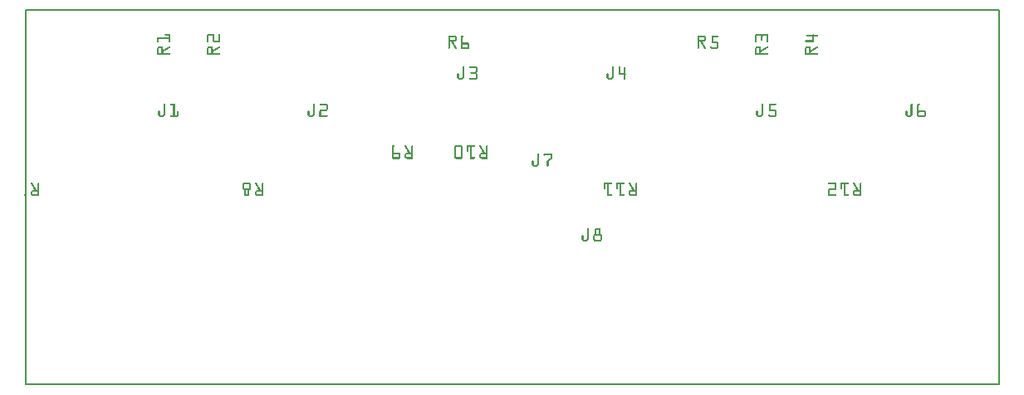
<source format=gto>
G04 MADE WITH FRITZING*
G04 WWW.FRITZING.ORG*
G04 SINGLE SIDED*
G04 HOLES NOT PLATED*
G04 CONTOUR ON CENTER OF CONTOUR VECTOR*
%ASAXBY*%
%FSLAX23Y23*%
%MOIN*%
%OFA0B0*%
%SFA1.0B1.0*%
%ADD10R,3.915120X1.511820X3.899120X1.495820*%
%ADD11C,0.008000*%
%ADD12R,0.001000X0.001000*%
%LNSILK1*%
G90*
G70*
G54D11*
X4Y1508D02*
X3911Y1508D01*
X3911Y4D01*
X4Y4D01*
X4Y1508D01*
D02*
G54D12*
X564Y1413D02*
X584Y1413D01*
X737Y1413D02*
X758Y1413D01*
X782Y1413D02*
X784Y1413D01*
X2937Y1413D02*
X2955Y1413D01*
X2964Y1413D02*
X2981Y1413D01*
X563Y1412D02*
X585Y1412D01*
X736Y1412D02*
X760Y1412D01*
X781Y1412D02*
X785Y1412D01*
X2936Y1412D02*
X2957Y1412D01*
X2962Y1412D02*
X2983Y1412D01*
X562Y1411D02*
X586Y1411D01*
X735Y1411D02*
X761Y1411D01*
X780Y1411D02*
X786Y1411D01*
X2934Y1411D02*
X2958Y1411D01*
X2960Y1411D02*
X2984Y1411D01*
X3164Y1411D02*
X3167Y1411D01*
X562Y1410D02*
X586Y1410D01*
X734Y1410D02*
X761Y1410D01*
X780Y1410D02*
X786Y1410D01*
X2934Y1410D02*
X2985Y1410D01*
X3163Y1410D02*
X3168Y1410D01*
X562Y1409D02*
X586Y1409D01*
X733Y1409D02*
X762Y1409D01*
X780Y1409D02*
X786Y1409D01*
X2933Y1409D02*
X2985Y1409D01*
X3162Y1409D02*
X3168Y1409D01*
X563Y1408D02*
X586Y1408D01*
X733Y1408D02*
X762Y1408D01*
X780Y1408D02*
X786Y1408D01*
X2933Y1408D02*
X2986Y1408D01*
X3141Y1408D02*
X3184Y1408D01*
X564Y1407D02*
X586Y1407D01*
X733Y1407D02*
X762Y1407D01*
X780Y1407D02*
X786Y1407D01*
X2933Y1407D02*
X2986Y1407D01*
X3139Y1407D02*
X3185Y1407D01*
X580Y1406D02*
X586Y1406D01*
X733Y1406D02*
X739Y1406D01*
X756Y1406D02*
X762Y1406D01*
X780Y1406D02*
X786Y1406D01*
X1701Y1406D02*
X1727Y1406D01*
X1753Y1406D02*
X1758Y1406D01*
X2701Y1406D02*
X2727Y1406D01*
X2758Y1406D02*
X2783Y1406D01*
X2933Y1406D02*
X2939Y1406D01*
X2954Y1406D02*
X2964Y1406D01*
X2980Y1406D02*
X2986Y1406D01*
X3139Y1406D02*
X3186Y1406D01*
X580Y1405D02*
X586Y1405D01*
X733Y1405D02*
X739Y1405D01*
X756Y1405D02*
X762Y1405D01*
X780Y1405D02*
X786Y1405D01*
X1701Y1405D02*
X1729Y1405D01*
X1752Y1405D02*
X1760Y1405D01*
X2701Y1405D02*
X2729Y1405D01*
X2758Y1405D02*
X2784Y1405D01*
X2933Y1405D02*
X2939Y1405D01*
X2956Y1405D02*
X2963Y1405D01*
X2980Y1405D02*
X2986Y1405D01*
X3139Y1405D02*
X3186Y1405D01*
X580Y1404D02*
X586Y1404D01*
X733Y1404D02*
X739Y1404D01*
X756Y1404D02*
X762Y1404D01*
X780Y1404D02*
X786Y1404D01*
X1701Y1404D02*
X1731Y1404D01*
X1751Y1404D02*
X1760Y1404D01*
X2701Y1404D02*
X2731Y1404D01*
X2758Y1404D02*
X2784Y1404D01*
X2933Y1404D02*
X2939Y1404D01*
X2956Y1404D02*
X2963Y1404D01*
X2980Y1404D02*
X2986Y1404D01*
X3139Y1404D02*
X3186Y1404D01*
X580Y1403D02*
X586Y1403D01*
X733Y1403D02*
X739Y1403D01*
X756Y1403D02*
X762Y1403D01*
X780Y1403D02*
X786Y1403D01*
X1701Y1403D02*
X1732Y1403D01*
X1751Y1403D02*
X1760Y1403D01*
X2701Y1403D02*
X2732Y1403D01*
X2758Y1403D02*
X2784Y1403D01*
X2933Y1403D02*
X2939Y1403D01*
X2956Y1403D02*
X2962Y1403D01*
X2980Y1403D02*
X2986Y1403D01*
X3139Y1403D02*
X3185Y1403D01*
X580Y1402D02*
X586Y1402D01*
X733Y1402D02*
X739Y1402D01*
X756Y1402D02*
X762Y1402D01*
X780Y1402D02*
X786Y1402D01*
X1701Y1402D02*
X1733Y1402D01*
X1751Y1402D02*
X1760Y1402D01*
X2701Y1402D02*
X2732Y1402D01*
X2758Y1402D02*
X2784Y1402D01*
X2933Y1402D02*
X2939Y1402D01*
X2956Y1402D02*
X2962Y1402D01*
X2980Y1402D02*
X2986Y1402D01*
X3140Y1402D02*
X3184Y1402D01*
X580Y1401D02*
X586Y1401D01*
X733Y1401D02*
X739Y1401D01*
X756Y1401D02*
X762Y1401D01*
X780Y1401D02*
X786Y1401D01*
X1701Y1401D02*
X1733Y1401D01*
X1751Y1401D02*
X1760Y1401D01*
X2701Y1401D02*
X2733Y1401D01*
X2758Y1401D02*
X2784Y1401D01*
X2933Y1401D02*
X2939Y1401D01*
X2956Y1401D02*
X2962Y1401D01*
X2980Y1401D02*
X2986Y1401D01*
X3162Y1401D02*
X3168Y1401D01*
X580Y1400D02*
X586Y1400D01*
X733Y1400D02*
X739Y1400D01*
X756Y1400D02*
X762Y1400D01*
X780Y1400D02*
X786Y1400D01*
X1701Y1400D02*
X1734Y1400D01*
X1751Y1400D02*
X1759Y1400D01*
X2701Y1400D02*
X2734Y1400D01*
X2758Y1400D02*
X2783Y1400D01*
X2933Y1400D02*
X2939Y1400D01*
X2956Y1400D02*
X2962Y1400D01*
X2980Y1400D02*
X2986Y1400D01*
X3162Y1400D02*
X3168Y1400D01*
X533Y1399D02*
X586Y1399D01*
X733Y1399D02*
X739Y1399D01*
X756Y1399D02*
X762Y1399D01*
X780Y1399D02*
X786Y1399D01*
X1701Y1399D02*
X1707Y1399D01*
X1726Y1399D02*
X1734Y1399D01*
X1751Y1399D02*
X1757Y1399D01*
X2701Y1399D02*
X2707Y1399D01*
X2726Y1399D02*
X2734Y1399D01*
X2758Y1399D02*
X2764Y1399D01*
X2933Y1399D02*
X2939Y1399D01*
X2956Y1399D02*
X2962Y1399D01*
X2980Y1399D02*
X2986Y1399D01*
X3162Y1399D02*
X3168Y1399D01*
X533Y1398D02*
X586Y1398D01*
X733Y1398D02*
X739Y1398D01*
X756Y1398D02*
X762Y1398D01*
X780Y1398D02*
X786Y1398D01*
X1701Y1398D02*
X1707Y1398D01*
X1728Y1398D02*
X1734Y1398D01*
X1751Y1398D02*
X1757Y1398D01*
X2701Y1398D02*
X2707Y1398D01*
X2728Y1398D02*
X2734Y1398D01*
X2758Y1398D02*
X2764Y1398D01*
X2933Y1398D02*
X2939Y1398D01*
X2956Y1398D02*
X2962Y1398D01*
X2980Y1398D02*
X2986Y1398D01*
X3162Y1398D02*
X3168Y1398D01*
X533Y1397D02*
X586Y1397D01*
X733Y1397D02*
X739Y1397D01*
X756Y1397D02*
X762Y1397D01*
X780Y1397D02*
X786Y1397D01*
X1701Y1397D02*
X1707Y1397D01*
X1728Y1397D02*
X1734Y1397D01*
X1751Y1397D02*
X1757Y1397D01*
X2701Y1397D02*
X2707Y1397D01*
X2728Y1397D02*
X2734Y1397D01*
X2758Y1397D02*
X2764Y1397D01*
X2933Y1397D02*
X2939Y1397D01*
X2956Y1397D02*
X2962Y1397D01*
X2980Y1397D02*
X2986Y1397D01*
X3162Y1397D02*
X3168Y1397D01*
X533Y1396D02*
X586Y1396D01*
X733Y1396D02*
X739Y1396D01*
X756Y1396D02*
X762Y1396D01*
X780Y1396D02*
X786Y1396D01*
X1701Y1396D02*
X1707Y1396D01*
X1728Y1396D02*
X1735Y1396D01*
X1751Y1396D02*
X1757Y1396D01*
X2701Y1396D02*
X2707Y1396D01*
X2728Y1396D02*
X2735Y1396D01*
X2758Y1396D02*
X2764Y1396D01*
X2933Y1396D02*
X2939Y1396D01*
X2956Y1396D02*
X2962Y1396D01*
X2980Y1396D02*
X2986Y1396D01*
X3162Y1396D02*
X3168Y1396D01*
X533Y1395D02*
X586Y1395D01*
X733Y1395D02*
X739Y1395D01*
X756Y1395D02*
X762Y1395D01*
X780Y1395D02*
X786Y1395D01*
X1701Y1395D02*
X1707Y1395D01*
X1729Y1395D02*
X1735Y1395D01*
X1751Y1395D02*
X1757Y1395D01*
X2701Y1395D02*
X2707Y1395D01*
X2728Y1395D02*
X2735Y1395D01*
X2758Y1395D02*
X2764Y1395D01*
X2933Y1395D02*
X2939Y1395D01*
X2956Y1395D02*
X2962Y1395D01*
X2980Y1395D02*
X2986Y1395D01*
X3162Y1395D02*
X3168Y1395D01*
X533Y1394D02*
X586Y1394D01*
X733Y1394D02*
X739Y1394D01*
X756Y1394D02*
X762Y1394D01*
X780Y1394D02*
X786Y1394D01*
X1701Y1394D02*
X1707Y1394D01*
X1729Y1394D02*
X1735Y1394D01*
X1751Y1394D02*
X1757Y1394D01*
X2701Y1394D02*
X2707Y1394D01*
X2728Y1394D02*
X2735Y1394D01*
X2758Y1394D02*
X2764Y1394D01*
X2933Y1394D02*
X2939Y1394D01*
X2956Y1394D02*
X2962Y1394D01*
X2980Y1394D02*
X2986Y1394D01*
X3162Y1394D02*
X3168Y1394D01*
X533Y1393D02*
X586Y1393D01*
X733Y1393D02*
X739Y1393D01*
X756Y1393D02*
X762Y1393D01*
X780Y1393D02*
X786Y1393D01*
X1701Y1393D02*
X1707Y1393D01*
X1729Y1393D02*
X1735Y1393D01*
X1751Y1393D02*
X1757Y1393D01*
X2701Y1393D02*
X2707Y1393D01*
X2728Y1393D02*
X2735Y1393D01*
X2758Y1393D02*
X2764Y1393D01*
X2933Y1393D02*
X2939Y1393D01*
X2956Y1393D02*
X2962Y1393D01*
X2980Y1393D02*
X2986Y1393D01*
X3162Y1393D02*
X3168Y1393D01*
X533Y1392D02*
X539Y1392D01*
X580Y1392D02*
X586Y1392D01*
X733Y1392D02*
X739Y1392D01*
X756Y1392D02*
X762Y1392D01*
X780Y1392D02*
X786Y1392D01*
X1701Y1392D02*
X1707Y1392D01*
X1728Y1392D02*
X1735Y1392D01*
X1751Y1392D02*
X1757Y1392D01*
X2701Y1392D02*
X2707Y1392D01*
X2728Y1392D02*
X2734Y1392D01*
X2758Y1392D02*
X2764Y1392D01*
X2933Y1392D02*
X2939Y1392D01*
X2956Y1392D02*
X2962Y1392D01*
X2980Y1392D02*
X2986Y1392D01*
X3162Y1392D02*
X3168Y1392D01*
X533Y1391D02*
X539Y1391D01*
X580Y1391D02*
X586Y1391D01*
X733Y1391D02*
X739Y1391D01*
X756Y1391D02*
X762Y1391D01*
X780Y1391D02*
X786Y1391D01*
X1701Y1391D02*
X1707Y1391D01*
X1728Y1391D02*
X1734Y1391D01*
X1751Y1391D02*
X1757Y1391D01*
X2701Y1391D02*
X2707Y1391D01*
X2728Y1391D02*
X2734Y1391D01*
X2758Y1391D02*
X2764Y1391D01*
X2933Y1391D02*
X2939Y1391D01*
X2956Y1391D02*
X2962Y1391D01*
X2980Y1391D02*
X2986Y1391D01*
X3162Y1391D02*
X3168Y1391D01*
X533Y1390D02*
X539Y1390D01*
X580Y1390D02*
X586Y1390D01*
X733Y1390D02*
X739Y1390D01*
X756Y1390D02*
X762Y1390D01*
X780Y1390D02*
X786Y1390D01*
X1701Y1390D02*
X1707Y1390D01*
X1728Y1390D02*
X1734Y1390D01*
X1751Y1390D02*
X1757Y1390D01*
X2701Y1390D02*
X2707Y1390D01*
X2728Y1390D02*
X2734Y1390D01*
X2758Y1390D02*
X2764Y1390D01*
X2933Y1390D02*
X2939Y1390D01*
X2956Y1390D02*
X2962Y1390D01*
X2980Y1390D02*
X2986Y1390D01*
X3162Y1390D02*
X3168Y1390D01*
X533Y1389D02*
X539Y1389D01*
X580Y1389D02*
X586Y1389D01*
X733Y1389D02*
X739Y1389D01*
X756Y1389D02*
X762Y1389D01*
X780Y1389D02*
X786Y1389D01*
X1701Y1389D02*
X1707Y1389D01*
X1726Y1389D02*
X1734Y1389D01*
X1751Y1389D02*
X1757Y1389D01*
X2701Y1389D02*
X2707Y1389D01*
X2726Y1389D02*
X2734Y1389D01*
X2758Y1389D02*
X2764Y1389D01*
X2933Y1389D02*
X2939Y1389D01*
X2956Y1389D02*
X2962Y1389D01*
X2980Y1389D02*
X2986Y1389D01*
X3162Y1389D02*
X3168Y1389D01*
X533Y1388D02*
X539Y1388D01*
X580Y1388D02*
X586Y1388D01*
X733Y1388D02*
X739Y1388D01*
X756Y1388D02*
X762Y1388D01*
X780Y1388D02*
X786Y1388D01*
X1701Y1388D02*
X1734Y1388D01*
X1751Y1388D02*
X1757Y1388D01*
X2701Y1388D02*
X2734Y1388D01*
X2758Y1388D02*
X2764Y1388D01*
X2933Y1388D02*
X2939Y1388D01*
X2957Y1388D02*
X2962Y1388D01*
X2980Y1388D02*
X2986Y1388D01*
X3162Y1388D02*
X3168Y1388D01*
X533Y1387D02*
X539Y1387D01*
X580Y1387D02*
X586Y1387D01*
X733Y1387D02*
X739Y1387D01*
X756Y1387D02*
X762Y1387D01*
X780Y1387D02*
X786Y1387D01*
X1701Y1387D02*
X1733Y1387D01*
X1751Y1387D02*
X1757Y1387D01*
X2701Y1387D02*
X2733Y1387D01*
X2758Y1387D02*
X2764Y1387D01*
X2933Y1387D02*
X2939Y1387D01*
X2957Y1387D02*
X2961Y1387D01*
X2980Y1387D02*
X2986Y1387D01*
X3134Y1387D02*
X3168Y1387D01*
X533Y1386D02*
X539Y1386D01*
X580Y1386D02*
X586Y1386D01*
X733Y1386D02*
X739Y1386D01*
X756Y1386D02*
X763Y1386D01*
X780Y1386D02*
X786Y1386D01*
X1701Y1386D02*
X1732Y1386D01*
X1751Y1386D02*
X1757Y1386D01*
X2701Y1386D02*
X2732Y1386D01*
X2758Y1386D02*
X2764Y1386D01*
X2933Y1386D02*
X2939Y1386D01*
X2959Y1386D02*
X2960Y1386D01*
X2980Y1386D02*
X2986Y1386D01*
X3133Y1386D02*
X3168Y1386D01*
X533Y1385D02*
X539Y1385D01*
X580Y1385D02*
X586Y1385D01*
X733Y1385D02*
X739Y1385D01*
X756Y1385D02*
X786Y1385D01*
X1701Y1385D02*
X1732Y1385D01*
X1751Y1385D02*
X1757Y1385D01*
X2701Y1385D02*
X2731Y1385D01*
X2758Y1385D02*
X2764Y1385D01*
X2933Y1385D02*
X2939Y1385D01*
X2980Y1385D02*
X2986Y1385D01*
X3133Y1385D02*
X3168Y1385D01*
X533Y1384D02*
X539Y1384D01*
X580Y1384D02*
X586Y1384D01*
X733Y1384D02*
X739Y1384D01*
X757Y1384D02*
X786Y1384D01*
X1701Y1384D02*
X1730Y1384D01*
X1751Y1384D02*
X1757Y1384D01*
X2701Y1384D02*
X2730Y1384D01*
X2758Y1384D02*
X2764Y1384D01*
X2933Y1384D02*
X2939Y1384D01*
X2980Y1384D02*
X2986Y1384D01*
X3133Y1384D02*
X3168Y1384D01*
X533Y1383D02*
X539Y1383D01*
X580Y1383D02*
X586Y1383D01*
X733Y1383D02*
X739Y1383D01*
X757Y1383D02*
X786Y1383D01*
X1701Y1383D02*
X1729Y1383D01*
X1751Y1383D02*
X1757Y1383D01*
X2701Y1383D02*
X2729Y1383D01*
X2758Y1383D02*
X2764Y1383D01*
X2933Y1383D02*
X2939Y1383D01*
X2980Y1383D02*
X2986Y1383D01*
X3133Y1383D02*
X3168Y1383D01*
X533Y1382D02*
X539Y1382D01*
X580Y1382D02*
X586Y1382D01*
X733Y1382D02*
X739Y1382D01*
X758Y1382D02*
X786Y1382D01*
X1701Y1382D02*
X1726Y1382D01*
X1751Y1382D02*
X1757Y1382D01*
X2701Y1382D02*
X2726Y1382D01*
X2758Y1382D02*
X2781Y1382D01*
X2933Y1382D02*
X2939Y1382D01*
X2980Y1382D02*
X2986Y1382D01*
X3134Y1382D02*
X3168Y1382D01*
X533Y1381D02*
X538Y1381D01*
X580Y1381D02*
X586Y1381D01*
X733Y1381D02*
X738Y1381D01*
X758Y1381D02*
X786Y1381D01*
X1701Y1381D02*
X1707Y1381D01*
X1713Y1381D02*
X1720Y1381D01*
X1751Y1381D02*
X1757Y1381D01*
X2701Y1381D02*
X2707Y1381D01*
X2713Y1381D02*
X2720Y1381D01*
X2758Y1381D02*
X2782Y1381D01*
X2933Y1381D02*
X2938Y1381D01*
X2980Y1381D02*
X2986Y1381D01*
X3135Y1381D02*
X3168Y1381D01*
X534Y1380D02*
X538Y1380D01*
X581Y1380D02*
X585Y1380D01*
X734Y1380D02*
X738Y1380D01*
X760Y1380D02*
X786Y1380D01*
X1701Y1380D02*
X1707Y1380D01*
X1714Y1380D02*
X1721Y1380D01*
X1751Y1380D02*
X1757Y1380D01*
X2701Y1380D02*
X2707Y1380D01*
X2714Y1380D02*
X2721Y1380D01*
X2758Y1380D02*
X2783Y1380D01*
X2934Y1380D02*
X2938Y1380D01*
X2981Y1380D02*
X2985Y1380D01*
X536Y1379D02*
X536Y1379D01*
X583Y1379D02*
X583Y1379D01*
X736Y1379D02*
X736Y1379D01*
X763Y1379D02*
X786Y1379D01*
X1701Y1379D02*
X1707Y1379D01*
X1714Y1379D02*
X1722Y1379D01*
X1751Y1379D02*
X1757Y1379D01*
X2701Y1379D02*
X2707Y1379D01*
X2714Y1379D02*
X2722Y1379D01*
X2758Y1379D02*
X2784Y1379D01*
X2936Y1379D02*
X2936Y1379D01*
X2983Y1379D02*
X2983Y1379D01*
X1701Y1378D02*
X1707Y1378D01*
X1715Y1378D02*
X1722Y1378D01*
X1751Y1378D02*
X1757Y1378D01*
X2701Y1378D02*
X2707Y1378D01*
X2715Y1378D02*
X2722Y1378D01*
X2758Y1378D02*
X2784Y1378D01*
X1701Y1377D02*
X1707Y1377D01*
X1716Y1377D02*
X1723Y1377D01*
X1751Y1377D02*
X1781Y1377D01*
X2701Y1377D02*
X2707Y1377D01*
X2715Y1377D02*
X2723Y1377D01*
X2758Y1377D02*
X2784Y1377D01*
X1701Y1376D02*
X1707Y1376D01*
X1716Y1376D02*
X1723Y1376D01*
X1751Y1376D02*
X1783Y1376D01*
X2701Y1376D02*
X2707Y1376D01*
X2716Y1376D02*
X2723Y1376D01*
X2758Y1376D02*
X2784Y1376D01*
X1701Y1375D02*
X1707Y1375D01*
X1717Y1375D02*
X1724Y1375D01*
X1751Y1375D02*
X1784Y1375D01*
X2701Y1375D02*
X2707Y1375D01*
X2717Y1375D02*
X2724Y1375D01*
X2778Y1375D02*
X2785Y1375D01*
X1701Y1374D02*
X1707Y1374D01*
X1717Y1374D02*
X1724Y1374D01*
X1751Y1374D02*
X1784Y1374D01*
X2701Y1374D02*
X2707Y1374D01*
X2717Y1374D02*
X2724Y1374D01*
X2778Y1374D02*
X2785Y1374D01*
X1701Y1373D02*
X1707Y1373D01*
X1718Y1373D02*
X1725Y1373D01*
X1751Y1373D02*
X1785Y1373D01*
X2701Y1373D02*
X2707Y1373D01*
X2718Y1373D02*
X2725Y1373D01*
X2778Y1373D02*
X2785Y1373D01*
X1701Y1372D02*
X1707Y1372D01*
X1718Y1372D02*
X1726Y1372D01*
X1751Y1372D02*
X1785Y1372D01*
X2701Y1372D02*
X2707Y1372D01*
X2718Y1372D02*
X2726Y1372D01*
X2778Y1372D02*
X2785Y1372D01*
X1701Y1371D02*
X1707Y1371D01*
X1719Y1371D02*
X1726Y1371D01*
X1751Y1371D02*
X1785Y1371D01*
X2701Y1371D02*
X2707Y1371D01*
X2719Y1371D02*
X2726Y1371D01*
X2778Y1371D02*
X2785Y1371D01*
X1701Y1370D02*
X1707Y1370D01*
X1720Y1370D02*
X1727Y1370D01*
X1751Y1370D02*
X1785Y1370D01*
X2701Y1370D02*
X2707Y1370D01*
X2720Y1370D02*
X2727Y1370D01*
X2778Y1370D02*
X2785Y1370D01*
X1701Y1369D02*
X1707Y1369D01*
X1720Y1369D02*
X1727Y1369D01*
X1751Y1369D02*
X1757Y1369D01*
X1779Y1369D02*
X1785Y1369D01*
X2701Y1369D02*
X2707Y1369D01*
X2720Y1369D02*
X2727Y1369D01*
X2778Y1369D02*
X2785Y1369D01*
X1701Y1368D02*
X1707Y1368D01*
X1721Y1368D02*
X1728Y1368D01*
X1751Y1368D02*
X1757Y1368D01*
X1779Y1368D02*
X1785Y1368D01*
X2701Y1368D02*
X2707Y1368D01*
X2721Y1368D02*
X2728Y1368D01*
X2778Y1368D02*
X2785Y1368D01*
X1701Y1367D02*
X1707Y1367D01*
X1721Y1367D02*
X1729Y1367D01*
X1751Y1367D02*
X1757Y1367D01*
X1779Y1367D02*
X1785Y1367D01*
X2701Y1367D02*
X2707Y1367D01*
X2721Y1367D02*
X2729Y1367D01*
X2778Y1367D02*
X2785Y1367D01*
X1701Y1366D02*
X1707Y1366D01*
X1722Y1366D02*
X1729Y1366D01*
X1751Y1366D02*
X1757Y1366D01*
X1779Y1366D02*
X1785Y1366D01*
X2701Y1366D02*
X2707Y1366D01*
X2722Y1366D02*
X2729Y1366D01*
X2778Y1366D02*
X2785Y1366D01*
X1701Y1365D02*
X1707Y1365D01*
X1723Y1365D02*
X1730Y1365D01*
X1751Y1365D02*
X1757Y1365D01*
X1779Y1365D02*
X1785Y1365D01*
X2701Y1365D02*
X2707Y1365D01*
X2723Y1365D02*
X2730Y1365D01*
X2778Y1365D02*
X2785Y1365D01*
X1701Y1364D02*
X1707Y1364D01*
X1723Y1364D02*
X1730Y1364D01*
X1751Y1364D02*
X1757Y1364D01*
X1779Y1364D02*
X1785Y1364D01*
X2701Y1364D02*
X2707Y1364D01*
X2723Y1364D02*
X2730Y1364D01*
X2778Y1364D02*
X2785Y1364D01*
X540Y1363D02*
X549Y1363D01*
X582Y1363D02*
X584Y1363D01*
X740Y1363D02*
X749Y1363D01*
X782Y1363D02*
X784Y1363D01*
X1701Y1363D02*
X1707Y1363D01*
X1724Y1363D02*
X1731Y1363D01*
X1751Y1363D02*
X1757Y1363D01*
X1779Y1363D02*
X1785Y1363D01*
X2701Y1363D02*
X2707Y1363D01*
X2724Y1363D02*
X2731Y1363D01*
X2778Y1363D02*
X2785Y1363D01*
X2940Y1363D02*
X2949Y1363D01*
X2982Y1363D02*
X2984Y1363D01*
X3140Y1363D02*
X3149Y1363D01*
X3182Y1363D02*
X3184Y1363D01*
X538Y1362D02*
X551Y1362D01*
X580Y1362D02*
X585Y1362D01*
X738Y1362D02*
X751Y1362D01*
X780Y1362D02*
X785Y1362D01*
X1701Y1362D02*
X1707Y1362D01*
X1724Y1362D02*
X1731Y1362D01*
X1751Y1362D02*
X1757Y1362D01*
X1779Y1362D02*
X1785Y1362D01*
X2701Y1362D02*
X2707Y1362D01*
X2724Y1362D02*
X2731Y1362D01*
X2753Y1362D02*
X2754Y1362D01*
X2778Y1362D02*
X2785Y1362D01*
X2938Y1362D02*
X2951Y1362D01*
X2980Y1362D02*
X2985Y1362D01*
X3138Y1362D02*
X3151Y1362D01*
X3180Y1362D02*
X3185Y1362D01*
X537Y1361D02*
X553Y1361D01*
X578Y1361D02*
X586Y1361D01*
X737Y1361D02*
X753Y1361D01*
X778Y1361D02*
X786Y1361D01*
X1701Y1361D02*
X1707Y1361D01*
X1725Y1361D02*
X1732Y1361D01*
X1751Y1361D02*
X1757Y1361D01*
X1779Y1361D02*
X1785Y1361D01*
X2701Y1361D02*
X2707Y1361D01*
X2725Y1361D02*
X2732Y1361D01*
X2752Y1361D02*
X2757Y1361D01*
X2778Y1361D02*
X2785Y1361D01*
X2937Y1361D02*
X2953Y1361D01*
X2978Y1361D02*
X2986Y1361D01*
X3137Y1361D02*
X3153Y1361D01*
X3178Y1361D02*
X3186Y1361D01*
X536Y1360D02*
X554Y1360D01*
X576Y1360D02*
X586Y1360D01*
X736Y1360D02*
X754Y1360D01*
X776Y1360D02*
X786Y1360D01*
X1701Y1360D02*
X1707Y1360D01*
X1725Y1360D02*
X1733Y1360D01*
X1751Y1360D02*
X1757Y1360D01*
X1779Y1360D02*
X1785Y1360D01*
X2701Y1360D02*
X2707Y1360D01*
X2725Y1360D02*
X2733Y1360D01*
X2751Y1360D02*
X2759Y1360D01*
X2778Y1360D02*
X2785Y1360D01*
X2935Y1360D02*
X2954Y1360D01*
X2976Y1360D02*
X2986Y1360D01*
X3135Y1360D02*
X3154Y1360D01*
X3176Y1360D02*
X3186Y1360D01*
X535Y1359D02*
X555Y1359D01*
X575Y1359D02*
X586Y1359D01*
X735Y1359D02*
X755Y1359D01*
X775Y1359D02*
X786Y1359D01*
X1701Y1359D02*
X1707Y1359D01*
X1726Y1359D02*
X1733Y1359D01*
X1751Y1359D02*
X1785Y1359D01*
X2701Y1359D02*
X2707Y1359D01*
X2726Y1359D02*
X2733Y1359D01*
X2751Y1359D02*
X2784Y1359D01*
X2935Y1359D02*
X2954Y1359D01*
X2975Y1359D02*
X2986Y1359D01*
X3135Y1359D02*
X3154Y1359D01*
X3175Y1359D02*
X3186Y1359D01*
X534Y1358D02*
X555Y1358D01*
X573Y1358D02*
X585Y1358D01*
X734Y1358D02*
X755Y1358D01*
X773Y1358D02*
X785Y1358D01*
X1701Y1358D02*
X1707Y1358D01*
X1727Y1358D02*
X1734Y1358D01*
X1751Y1358D02*
X1785Y1358D01*
X2701Y1358D02*
X2707Y1358D01*
X2727Y1358D02*
X2734Y1358D01*
X2751Y1358D02*
X2784Y1358D01*
X2934Y1358D02*
X2955Y1358D01*
X2973Y1358D02*
X2985Y1358D01*
X3134Y1358D02*
X3155Y1358D01*
X3173Y1358D02*
X3185Y1358D01*
X534Y1357D02*
X556Y1357D01*
X571Y1357D02*
X584Y1357D01*
X734Y1357D02*
X756Y1357D01*
X771Y1357D02*
X784Y1357D01*
X1701Y1357D02*
X1707Y1357D01*
X1727Y1357D02*
X1734Y1357D01*
X1751Y1357D02*
X1785Y1357D01*
X2701Y1357D02*
X2707Y1357D01*
X2727Y1357D02*
X2734Y1357D01*
X2751Y1357D02*
X2784Y1357D01*
X2934Y1357D02*
X2956Y1357D01*
X2971Y1357D02*
X2984Y1357D01*
X3134Y1357D02*
X3156Y1357D01*
X3171Y1357D02*
X3184Y1357D01*
X533Y1356D02*
X541Y1356D01*
X549Y1356D02*
X556Y1356D01*
X570Y1356D02*
X583Y1356D01*
X733Y1356D02*
X741Y1356D01*
X749Y1356D02*
X756Y1356D01*
X770Y1356D02*
X783Y1356D01*
X1701Y1356D02*
X1707Y1356D01*
X1728Y1356D02*
X1734Y1356D01*
X1751Y1356D02*
X1785Y1356D01*
X2701Y1356D02*
X2707Y1356D01*
X2728Y1356D02*
X2734Y1356D01*
X2752Y1356D02*
X2784Y1356D01*
X2933Y1356D02*
X2941Y1356D01*
X2949Y1356D02*
X2956Y1356D01*
X2970Y1356D02*
X2983Y1356D01*
X3133Y1356D02*
X3141Y1356D01*
X3149Y1356D02*
X3156Y1356D01*
X3170Y1356D02*
X3183Y1356D01*
X533Y1355D02*
X540Y1355D01*
X550Y1355D02*
X556Y1355D01*
X568Y1355D02*
X581Y1355D01*
X733Y1355D02*
X740Y1355D01*
X750Y1355D02*
X756Y1355D01*
X768Y1355D02*
X781Y1355D01*
X1701Y1355D02*
X1707Y1355D01*
X1728Y1355D02*
X1734Y1355D01*
X1751Y1355D02*
X1784Y1355D01*
X2701Y1355D02*
X2707Y1355D01*
X2728Y1355D02*
X2734Y1355D01*
X2754Y1355D02*
X2783Y1355D01*
X2933Y1355D02*
X2939Y1355D01*
X2950Y1355D02*
X2956Y1355D01*
X2968Y1355D02*
X2981Y1355D01*
X3133Y1355D02*
X3139Y1355D01*
X3150Y1355D02*
X3156Y1355D01*
X3168Y1355D02*
X3181Y1355D01*
X533Y1354D02*
X539Y1354D01*
X550Y1354D02*
X556Y1354D01*
X566Y1354D02*
X579Y1354D01*
X733Y1354D02*
X739Y1354D01*
X750Y1354D02*
X756Y1354D01*
X766Y1354D02*
X779Y1354D01*
X1702Y1354D02*
X1706Y1354D01*
X1729Y1354D02*
X1734Y1354D01*
X1752Y1354D02*
X1784Y1354D01*
X2701Y1354D02*
X2706Y1354D01*
X2729Y1354D02*
X2734Y1354D01*
X2756Y1354D02*
X2782Y1354D01*
X2933Y1354D02*
X2939Y1354D01*
X2950Y1354D02*
X2956Y1354D01*
X2966Y1354D02*
X2979Y1354D01*
X3133Y1354D02*
X3139Y1354D01*
X3150Y1354D02*
X3156Y1354D01*
X3166Y1354D02*
X3179Y1354D01*
X533Y1353D02*
X539Y1353D01*
X550Y1353D02*
X557Y1353D01*
X564Y1353D02*
X578Y1353D01*
X733Y1353D02*
X739Y1353D01*
X750Y1353D02*
X756Y1353D01*
X764Y1353D02*
X777Y1353D01*
X1702Y1353D02*
X1705Y1353D01*
X1730Y1353D02*
X1733Y1353D01*
X1752Y1353D02*
X1783Y1353D01*
X2702Y1353D02*
X2705Y1353D01*
X2730Y1353D02*
X2733Y1353D01*
X2759Y1353D02*
X2780Y1353D01*
X2933Y1353D02*
X2939Y1353D01*
X2950Y1353D02*
X2956Y1353D01*
X2964Y1353D02*
X2977Y1353D01*
X3133Y1353D02*
X3139Y1353D01*
X3150Y1353D02*
X3156Y1353D01*
X3164Y1353D02*
X3177Y1353D01*
X533Y1352D02*
X539Y1352D01*
X550Y1352D02*
X557Y1352D01*
X563Y1352D02*
X576Y1352D01*
X733Y1352D02*
X739Y1352D01*
X750Y1352D02*
X757Y1352D01*
X763Y1352D02*
X776Y1352D01*
X2933Y1352D02*
X2939Y1352D01*
X2950Y1352D02*
X2956Y1352D01*
X2963Y1352D02*
X2976Y1352D01*
X3133Y1352D02*
X3139Y1352D01*
X3150Y1352D02*
X3156Y1352D01*
X3163Y1352D02*
X3176Y1352D01*
X533Y1351D02*
X539Y1351D01*
X550Y1351D02*
X557Y1351D01*
X561Y1351D02*
X574Y1351D01*
X733Y1351D02*
X739Y1351D01*
X750Y1351D02*
X757Y1351D01*
X761Y1351D02*
X774Y1351D01*
X2933Y1351D02*
X2939Y1351D01*
X2950Y1351D02*
X2956Y1351D01*
X2961Y1351D02*
X2974Y1351D01*
X3133Y1351D02*
X3139Y1351D01*
X3150Y1351D02*
X3156Y1351D01*
X3161Y1351D02*
X3174Y1351D01*
X533Y1350D02*
X539Y1350D01*
X550Y1350D02*
X557Y1350D01*
X559Y1350D02*
X572Y1350D01*
X733Y1350D02*
X739Y1350D01*
X750Y1350D02*
X757Y1350D01*
X759Y1350D02*
X772Y1350D01*
X2933Y1350D02*
X2939Y1350D01*
X2950Y1350D02*
X2956Y1350D01*
X2959Y1350D02*
X2972Y1350D01*
X3133Y1350D02*
X3139Y1350D01*
X3150Y1350D02*
X3156Y1350D01*
X3159Y1350D02*
X3172Y1350D01*
X533Y1349D02*
X539Y1349D01*
X550Y1349D02*
X571Y1349D01*
X733Y1349D02*
X739Y1349D01*
X750Y1349D02*
X771Y1349D01*
X2933Y1349D02*
X2939Y1349D01*
X2950Y1349D02*
X2971Y1349D01*
X3133Y1349D02*
X3139Y1349D01*
X3150Y1349D02*
X3171Y1349D01*
X533Y1348D02*
X539Y1348D01*
X550Y1348D02*
X569Y1348D01*
X733Y1348D02*
X739Y1348D01*
X750Y1348D02*
X769Y1348D01*
X2933Y1348D02*
X2939Y1348D01*
X2950Y1348D02*
X2969Y1348D01*
X3133Y1348D02*
X3139Y1348D01*
X3150Y1348D02*
X3169Y1348D01*
X533Y1347D02*
X539Y1347D01*
X550Y1347D02*
X567Y1347D01*
X733Y1347D02*
X739Y1347D01*
X750Y1347D02*
X767Y1347D01*
X2933Y1347D02*
X2939Y1347D01*
X2950Y1347D02*
X2967Y1347D01*
X3133Y1347D02*
X3139Y1347D01*
X3150Y1347D02*
X3167Y1347D01*
X533Y1346D02*
X539Y1346D01*
X550Y1346D02*
X566Y1346D01*
X733Y1346D02*
X739Y1346D01*
X750Y1346D02*
X766Y1346D01*
X2933Y1346D02*
X2939Y1346D01*
X2950Y1346D02*
X2965Y1346D01*
X3133Y1346D02*
X3139Y1346D01*
X3150Y1346D02*
X3165Y1346D01*
X533Y1345D02*
X539Y1345D01*
X550Y1345D02*
X564Y1345D01*
X733Y1345D02*
X739Y1345D01*
X750Y1345D02*
X764Y1345D01*
X2933Y1345D02*
X2939Y1345D01*
X2950Y1345D02*
X2964Y1345D01*
X3133Y1345D02*
X3139Y1345D01*
X3150Y1345D02*
X3164Y1345D01*
X533Y1344D02*
X539Y1344D01*
X550Y1344D02*
X562Y1344D01*
X733Y1344D02*
X739Y1344D01*
X750Y1344D02*
X762Y1344D01*
X2933Y1344D02*
X2939Y1344D01*
X2950Y1344D02*
X2962Y1344D01*
X3133Y1344D02*
X3139Y1344D01*
X3150Y1344D02*
X3162Y1344D01*
X533Y1343D02*
X539Y1343D01*
X550Y1343D02*
X560Y1343D01*
X733Y1343D02*
X739Y1343D01*
X750Y1343D02*
X760Y1343D01*
X2933Y1343D02*
X2939Y1343D01*
X2950Y1343D02*
X2960Y1343D01*
X3133Y1343D02*
X3139Y1343D01*
X3150Y1343D02*
X3160Y1343D01*
X533Y1342D02*
X539Y1342D01*
X550Y1342D02*
X559Y1342D01*
X733Y1342D02*
X739Y1342D01*
X750Y1342D02*
X759Y1342D01*
X2933Y1342D02*
X2939Y1342D01*
X2950Y1342D02*
X2959Y1342D01*
X3133Y1342D02*
X3139Y1342D01*
X3150Y1342D02*
X3159Y1342D01*
X533Y1341D02*
X539Y1341D01*
X550Y1341D02*
X557Y1341D01*
X733Y1341D02*
X739Y1341D01*
X750Y1341D02*
X757Y1341D01*
X2933Y1341D02*
X2939Y1341D01*
X2950Y1341D02*
X2957Y1341D01*
X3133Y1341D02*
X3139Y1341D01*
X3150Y1341D02*
X3157Y1341D01*
X533Y1340D02*
X539Y1340D01*
X550Y1340D02*
X557Y1340D01*
X733Y1340D02*
X739Y1340D01*
X750Y1340D02*
X757Y1340D01*
X2933Y1340D02*
X2939Y1340D01*
X2950Y1340D02*
X2956Y1340D01*
X3133Y1340D02*
X3139Y1340D01*
X3150Y1340D02*
X3156Y1340D01*
X533Y1339D02*
X539Y1339D01*
X550Y1339D02*
X557Y1339D01*
X733Y1339D02*
X739Y1339D01*
X750Y1339D02*
X757Y1339D01*
X2933Y1339D02*
X2939Y1339D01*
X2950Y1339D02*
X2956Y1339D01*
X3133Y1339D02*
X3139Y1339D01*
X3150Y1339D02*
X3156Y1339D01*
X533Y1338D02*
X539Y1338D01*
X550Y1338D02*
X557Y1338D01*
X733Y1338D02*
X739Y1338D01*
X750Y1338D02*
X757Y1338D01*
X2933Y1338D02*
X2939Y1338D01*
X2950Y1338D02*
X2956Y1338D01*
X3133Y1338D02*
X3139Y1338D01*
X3150Y1338D02*
X3156Y1338D01*
X533Y1337D02*
X539Y1337D01*
X550Y1337D02*
X557Y1337D01*
X733Y1337D02*
X739Y1337D01*
X750Y1337D02*
X757Y1337D01*
X2933Y1337D02*
X2939Y1337D01*
X2950Y1337D02*
X2956Y1337D01*
X3133Y1337D02*
X3139Y1337D01*
X3150Y1337D02*
X3156Y1337D01*
X533Y1336D02*
X539Y1336D01*
X550Y1336D02*
X557Y1336D01*
X733Y1336D02*
X739Y1336D01*
X750Y1336D02*
X757Y1336D01*
X2933Y1336D02*
X2939Y1336D01*
X2950Y1336D02*
X2957Y1336D01*
X3133Y1336D02*
X3139Y1336D01*
X3150Y1336D02*
X3157Y1336D01*
X533Y1335D02*
X585Y1335D01*
X733Y1335D02*
X785Y1335D01*
X2933Y1335D02*
X2985Y1335D01*
X3133Y1335D02*
X3185Y1335D01*
X533Y1334D02*
X586Y1334D01*
X733Y1334D02*
X786Y1334D01*
X2933Y1334D02*
X2985Y1334D01*
X3133Y1334D02*
X3185Y1334D01*
X533Y1333D02*
X586Y1333D01*
X733Y1333D02*
X786Y1333D01*
X2933Y1333D02*
X2986Y1333D01*
X3133Y1333D02*
X3186Y1333D01*
X533Y1332D02*
X586Y1332D01*
X733Y1332D02*
X786Y1332D01*
X2933Y1332D02*
X2986Y1332D01*
X3133Y1332D02*
X3186Y1332D01*
X533Y1331D02*
X586Y1331D01*
X733Y1331D02*
X786Y1331D01*
X2933Y1331D02*
X2986Y1331D01*
X3133Y1331D02*
X3186Y1331D01*
X533Y1330D02*
X585Y1330D01*
X733Y1330D02*
X785Y1330D01*
X2933Y1330D02*
X2985Y1330D01*
X3133Y1330D02*
X3185Y1330D01*
X533Y1329D02*
X583Y1329D01*
X733Y1329D02*
X783Y1329D01*
X2933Y1329D02*
X2983Y1329D01*
X3133Y1329D02*
X3183Y1329D01*
X1759Y1283D02*
X1762Y1283D01*
X1785Y1283D02*
X1813Y1283D01*
X2359Y1283D02*
X2362Y1283D01*
X2387Y1283D02*
X2389Y1283D01*
X1758Y1282D02*
X1763Y1282D01*
X1784Y1282D02*
X1814Y1282D01*
X2358Y1282D02*
X2363Y1282D01*
X2386Y1282D02*
X2390Y1282D01*
X1758Y1281D02*
X1763Y1281D01*
X1784Y1281D02*
X1815Y1281D01*
X2358Y1281D02*
X2363Y1281D01*
X2385Y1281D02*
X2391Y1281D01*
X1758Y1280D02*
X1764Y1280D01*
X1784Y1280D02*
X1816Y1280D01*
X2358Y1280D02*
X2364Y1280D01*
X2385Y1280D02*
X2391Y1280D01*
X1758Y1279D02*
X1764Y1279D01*
X1784Y1279D02*
X1817Y1279D01*
X2358Y1279D02*
X2364Y1279D01*
X2385Y1279D02*
X2391Y1279D01*
X1758Y1278D02*
X1764Y1278D01*
X1784Y1278D02*
X1817Y1278D01*
X2358Y1278D02*
X2364Y1278D01*
X2385Y1278D02*
X2391Y1278D01*
X1758Y1277D02*
X1764Y1277D01*
X1785Y1277D02*
X1817Y1277D01*
X2358Y1277D02*
X2364Y1277D01*
X2385Y1277D02*
X2391Y1277D01*
X2407Y1277D02*
X2410Y1277D01*
X1758Y1276D02*
X1764Y1276D01*
X1811Y1276D02*
X1817Y1276D01*
X2358Y1276D02*
X2364Y1276D01*
X2385Y1276D02*
X2391Y1276D01*
X2406Y1276D02*
X2411Y1276D01*
X1758Y1275D02*
X1764Y1275D01*
X1811Y1275D02*
X1817Y1275D01*
X2358Y1275D02*
X2364Y1275D01*
X2385Y1275D02*
X2391Y1275D01*
X2406Y1275D02*
X2412Y1275D01*
X1758Y1274D02*
X1764Y1274D01*
X1811Y1274D02*
X1817Y1274D01*
X2358Y1274D02*
X2364Y1274D01*
X2385Y1274D02*
X2391Y1274D01*
X2406Y1274D02*
X2412Y1274D01*
X1758Y1273D02*
X1764Y1273D01*
X1811Y1273D02*
X1817Y1273D01*
X2358Y1273D02*
X2364Y1273D01*
X2385Y1273D02*
X2391Y1273D01*
X2406Y1273D02*
X2412Y1273D01*
X1758Y1272D02*
X1764Y1272D01*
X1811Y1272D02*
X1817Y1272D01*
X2358Y1272D02*
X2364Y1272D01*
X2385Y1272D02*
X2391Y1272D01*
X2406Y1272D02*
X2412Y1272D01*
X1758Y1271D02*
X1764Y1271D01*
X1811Y1271D02*
X1817Y1271D01*
X2358Y1271D02*
X2364Y1271D01*
X2385Y1271D02*
X2391Y1271D01*
X2406Y1271D02*
X2412Y1271D01*
X1758Y1270D02*
X1764Y1270D01*
X1811Y1270D02*
X1817Y1270D01*
X2358Y1270D02*
X2364Y1270D01*
X2385Y1270D02*
X2391Y1270D01*
X2406Y1270D02*
X2412Y1270D01*
X1758Y1269D02*
X1764Y1269D01*
X1811Y1269D02*
X1817Y1269D01*
X2358Y1269D02*
X2364Y1269D01*
X2385Y1269D02*
X2391Y1269D01*
X2406Y1269D02*
X2412Y1269D01*
X1758Y1268D02*
X1764Y1268D01*
X1811Y1268D02*
X1817Y1268D01*
X2358Y1268D02*
X2364Y1268D01*
X2385Y1268D02*
X2391Y1268D01*
X2406Y1268D02*
X2412Y1268D01*
X1758Y1267D02*
X1764Y1267D01*
X1811Y1267D02*
X1817Y1267D01*
X2358Y1267D02*
X2364Y1267D01*
X2385Y1267D02*
X2391Y1267D01*
X2406Y1267D02*
X2412Y1267D01*
X1758Y1266D02*
X1764Y1266D01*
X1811Y1266D02*
X1817Y1266D01*
X2358Y1266D02*
X2364Y1266D01*
X2385Y1266D02*
X2391Y1266D01*
X2406Y1266D02*
X2412Y1266D01*
X1758Y1265D02*
X1764Y1265D01*
X1811Y1265D02*
X1817Y1265D01*
X2358Y1265D02*
X2364Y1265D01*
X2385Y1265D02*
X2391Y1265D01*
X2406Y1265D02*
X2412Y1265D01*
X1758Y1264D02*
X1764Y1264D01*
X1811Y1264D02*
X1817Y1264D01*
X2358Y1264D02*
X2364Y1264D01*
X2385Y1264D02*
X2391Y1264D01*
X2406Y1264D02*
X2412Y1264D01*
X1758Y1263D02*
X1764Y1263D01*
X1811Y1263D02*
X1817Y1263D01*
X2358Y1263D02*
X2364Y1263D01*
X2385Y1263D02*
X2391Y1263D01*
X2406Y1263D02*
X2412Y1263D01*
X1758Y1262D02*
X1764Y1262D01*
X1811Y1262D02*
X1817Y1262D01*
X2358Y1262D02*
X2364Y1262D01*
X2385Y1262D02*
X2391Y1262D01*
X2406Y1262D02*
X2412Y1262D01*
X1758Y1261D02*
X1764Y1261D01*
X1810Y1261D02*
X1817Y1261D01*
X2358Y1261D02*
X2364Y1261D01*
X2385Y1261D02*
X2391Y1261D01*
X2406Y1261D02*
X2412Y1261D01*
X1758Y1260D02*
X1764Y1260D01*
X1808Y1260D02*
X1816Y1260D01*
X2358Y1260D02*
X2364Y1260D01*
X2385Y1260D02*
X2391Y1260D01*
X2406Y1260D02*
X2412Y1260D01*
X1758Y1259D02*
X1764Y1259D01*
X1792Y1259D02*
X1816Y1259D01*
X2358Y1259D02*
X2364Y1259D01*
X2385Y1259D02*
X2391Y1259D01*
X2406Y1259D02*
X2412Y1259D01*
X1758Y1258D02*
X1764Y1258D01*
X1791Y1258D02*
X1815Y1258D01*
X2358Y1258D02*
X2364Y1258D01*
X2385Y1258D02*
X2391Y1258D01*
X2406Y1258D02*
X2412Y1258D01*
X1758Y1257D02*
X1764Y1257D01*
X1790Y1257D02*
X1815Y1257D01*
X2358Y1257D02*
X2364Y1257D01*
X2385Y1257D02*
X2391Y1257D01*
X2406Y1257D02*
X2412Y1257D01*
X1758Y1256D02*
X1764Y1256D01*
X1790Y1256D02*
X1815Y1256D01*
X2358Y1256D02*
X2364Y1256D01*
X2385Y1256D02*
X2391Y1256D01*
X2406Y1256D02*
X2412Y1256D01*
X1758Y1255D02*
X1764Y1255D01*
X1791Y1255D02*
X1815Y1255D01*
X2358Y1255D02*
X2364Y1255D01*
X2385Y1255D02*
X2391Y1255D01*
X2406Y1255D02*
X2412Y1255D01*
X1740Y1254D02*
X1740Y1254D01*
X1758Y1254D02*
X1764Y1254D01*
X1791Y1254D02*
X1816Y1254D01*
X2340Y1254D02*
X2340Y1254D01*
X2358Y1254D02*
X2364Y1254D01*
X2385Y1254D02*
X2412Y1254D01*
X1738Y1253D02*
X1742Y1253D01*
X1758Y1253D02*
X1764Y1253D01*
X1794Y1253D02*
X1816Y1253D01*
X2338Y1253D02*
X2342Y1253D01*
X2358Y1253D02*
X2364Y1253D01*
X2385Y1253D02*
X2414Y1253D01*
X1737Y1252D02*
X1743Y1252D01*
X1758Y1252D02*
X1764Y1252D01*
X1810Y1252D02*
X1817Y1252D01*
X2337Y1252D02*
X2342Y1252D01*
X2358Y1252D02*
X2364Y1252D01*
X2385Y1252D02*
X2415Y1252D01*
X1737Y1251D02*
X1743Y1251D01*
X1758Y1251D02*
X1764Y1251D01*
X1811Y1251D02*
X1817Y1251D01*
X2337Y1251D02*
X2343Y1251D01*
X2358Y1251D02*
X2364Y1251D01*
X2385Y1251D02*
X2415Y1251D01*
X1737Y1250D02*
X1743Y1250D01*
X1758Y1250D02*
X1764Y1250D01*
X1811Y1250D02*
X1817Y1250D01*
X2337Y1250D02*
X2343Y1250D01*
X2358Y1250D02*
X2364Y1250D01*
X2385Y1250D02*
X2415Y1250D01*
X1737Y1249D02*
X1743Y1249D01*
X1758Y1249D02*
X1764Y1249D01*
X1811Y1249D02*
X1817Y1249D01*
X2337Y1249D02*
X2343Y1249D01*
X2358Y1249D02*
X2364Y1249D01*
X2385Y1249D02*
X2415Y1249D01*
X1737Y1248D02*
X1743Y1248D01*
X1758Y1248D02*
X1764Y1248D01*
X1811Y1248D02*
X1817Y1248D01*
X2337Y1248D02*
X2343Y1248D01*
X2358Y1248D02*
X2364Y1248D01*
X2385Y1248D02*
X2414Y1248D01*
X1737Y1247D02*
X1743Y1247D01*
X1758Y1247D02*
X1764Y1247D01*
X1811Y1247D02*
X1817Y1247D01*
X2337Y1247D02*
X2343Y1247D01*
X2358Y1247D02*
X2364Y1247D01*
X2405Y1247D02*
X2412Y1247D01*
X1737Y1246D02*
X1743Y1246D01*
X1758Y1246D02*
X1764Y1246D01*
X1811Y1246D02*
X1817Y1246D01*
X2337Y1246D02*
X2343Y1246D01*
X2358Y1246D02*
X2364Y1246D01*
X2406Y1246D02*
X2412Y1246D01*
X1737Y1245D02*
X1743Y1245D01*
X1758Y1245D02*
X1764Y1245D01*
X1811Y1245D02*
X1817Y1245D01*
X2337Y1245D02*
X2343Y1245D01*
X2358Y1245D02*
X2364Y1245D01*
X2406Y1245D02*
X2412Y1245D01*
X1737Y1244D02*
X1743Y1244D01*
X1758Y1244D02*
X1764Y1244D01*
X1811Y1244D02*
X1817Y1244D01*
X2337Y1244D02*
X2343Y1244D01*
X2358Y1244D02*
X2364Y1244D01*
X2406Y1244D02*
X2412Y1244D01*
X1737Y1243D02*
X1743Y1243D01*
X1758Y1243D02*
X1764Y1243D01*
X1811Y1243D02*
X1817Y1243D01*
X2337Y1243D02*
X2343Y1243D01*
X2358Y1243D02*
X2364Y1243D01*
X2406Y1243D02*
X2412Y1243D01*
X1737Y1242D02*
X1743Y1242D01*
X1758Y1242D02*
X1764Y1242D01*
X1811Y1242D02*
X1817Y1242D01*
X2337Y1242D02*
X2343Y1242D01*
X2358Y1242D02*
X2364Y1242D01*
X2406Y1242D02*
X2412Y1242D01*
X1737Y1241D02*
X1743Y1241D01*
X1758Y1241D02*
X1764Y1241D01*
X1811Y1241D02*
X1817Y1241D01*
X2337Y1241D02*
X2343Y1241D01*
X2358Y1241D02*
X2364Y1241D01*
X2406Y1241D02*
X2412Y1241D01*
X1737Y1240D02*
X1743Y1240D01*
X1758Y1240D02*
X1764Y1240D01*
X1811Y1240D02*
X1817Y1240D01*
X2337Y1240D02*
X2343Y1240D01*
X2358Y1240D02*
X2364Y1240D01*
X2406Y1240D02*
X2412Y1240D01*
X1737Y1239D02*
X1743Y1239D01*
X1757Y1239D02*
X1763Y1239D01*
X1811Y1239D02*
X1817Y1239D01*
X2337Y1239D02*
X2343Y1239D01*
X2357Y1239D02*
X2363Y1239D01*
X2406Y1239D02*
X2412Y1239D01*
X1737Y1238D02*
X1743Y1238D01*
X1757Y1238D02*
X1763Y1238D01*
X1811Y1238D02*
X1817Y1238D01*
X2337Y1238D02*
X2343Y1238D01*
X2357Y1238D02*
X2363Y1238D01*
X2406Y1238D02*
X2412Y1238D01*
X1737Y1237D02*
X1744Y1237D01*
X1756Y1237D02*
X1763Y1237D01*
X1811Y1237D02*
X1817Y1237D01*
X2337Y1237D02*
X2344Y1237D01*
X2356Y1237D02*
X2363Y1237D01*
X2406Y1237D02*
X2412Y1237D01*
X1738Y1236D02*
X1763Y1236D01*
X1785Y1236D02*
X1817Y1236D01*
X2338Y1236D02*
X2363Y1236D01*
X2406Y1236D02*
X2412Y1236D01*
X1738Y1235D02*
X1762Y1235D01*
X1784Y1235D02*
X1817Y1235D01*
X2338Y1235D02*
X2362Y1235D01*
X2406Y1235D02*
X2412Y1235D01*
X1739Y1234D02*
X1762Y1234D01*
X1784Y1234D02*
X1817Y1234D01*
X2339Y1234D02*
X2362Y1234D01*
X2406Y1234D02*
X2412Y1234D01*
X1740Y1233D02*
X1761Y1233D01*
X1784Y1233D02*
X1816Y1233D01*
X2340Y1233D02*
X2361Y1233D01*
X2406Y1233D02*
X2412Y1233D01*
X1741Y1232D02*
X1760Y1232D01*
X1784Y1232D02*
X1815Y1232D01*
X2341Y1232D02*
X2360Y1232D01*
X2406Y1232D02*
X2412Y1232D01*
X1742Y1231D02*
X1759Y1231D01*
X1784Y1231D02*
X1814Y1231D01*
X2342Y1231D02*
X2359Y1231D01*
X2406Y1231D02*
X2411Y1231D01*
X1744Y1230D02*
X1757Y1230D01*
X1785Y1230D02*
X1813Y1230D01*
X2344Y1230D02*
X2357Y1230D01*
X2407Y1230D02*
X2410Y1230D01*
X559Y1133D02*
X562Y1133D01*
X585Y1133D02*
X603Y1133D01*
X1159Y1133D02*
X1162Y1133D01*
X1185Y1133D02*
X1213Y1133D01*
X2959Y1133D02*
X2962Y1133D01*
X2990Y1133D02*
X3015Y1133D01*
X3559Y1133D02*
X3562Y1133D01*
X3585Y1133D02*
X3591Y1133D01*
X558Y1132D02*
X563Y1132D01*
X584Y1132D02*
X603Y1132D01*
X1158Y1132D02*
X1163Y1132D01*
X1184Y1132D02*
X1214Y1132D01*
X2958Y1132D02*
X2963Y1132D01*
X2990Y1132D02*
X3016Y1132D01*
X3558Y1132D02*
X3563Y1132D01*
X3584Y1132D02*
X3592Y1132D01*
X558Y1131D02*
X563Y1131D01*
X584Y1131D02*
X603Y1131D01*
X1158Y1131D02*
X1163Y1131D01*
X1184Y1131D02*
X1215Y1131D01*
X2958Y1131D02*
X2963Y1131D01*
X2990Y1131D02*
X3017Y1131D01*
X3558Y1131D02*
X3563Y1131D01*
X3584Y1131D02*
X3593Y1131D01*
X558Y1130D02*
X564Y1130D01*
X584Y1130D02*
X603Y1130D01*
X1158Y1130D02*
X1164Y1130D01*
X1184Y1130D02*
X1216Y1130D01*
X2958Y1130D02*
X2964Y1130D01*
X2990Y1130D02*
X3017Y1130D01*
X3558Y1130D02*
X3564Y1130D01*
X3583Y1130D02*
X3593Y1130D01*
X558Y1129D02*
X564Y1129D01*
X584Y1129D02*
X603Y1129D01*
X1158Y1129D02*
X1164Y1129D01*
X1184Y1129D02*
X1217Y1129D01*
X2958Y1129D02*
X2964Y1129D01*
X2990Y1129D02*
X3017Y1129D01*
X3557Y1129D02*
X3564Y1129D01*
X3583Y1129D02*
X3593Y1129D01*
X558Y1128D02*
X564Y1128D01*
X584Y1128D02*
X603Y1128D01*
X1158Y1128D02*
X1164Y1128D01*
X1184Y1128D02*
X1217Y1128D01*
X2958Y1128D02*
X2964Y1128D01*
X2990Y1128D02*
X3016Y1128D01*
X3557Y1128D02*
X3564Y1128D01*
X3583Y1128D02*
X3592Y1128D01*
X558Y1127D02*
X564Y1127D01*
X585Y1127D02*
X603Y1127D01*
X1158Y1127D02*
X1164Y1127D01*
X1185Y1127D02*
X1217Y1127D01*
X2958Y1127D02*
X2964Y1127D01*
X2990Y1127D02*
X3015Y1127D01*
X3557Y1127D02*
X3564Y1127D01*
X3583Y1127D02*
X3591Y1127D01*
X558Y1126D02*
X564Y1126D01*
X597Y1126D02*
X603Y1126D01*
X1158Y1126D02*
X1164Y1126D01*
X1211Y1126D02*
X1217Y1126D01*
X2958Y1126D02*
X2964Y1126D01*
X2990Y1126D02*
X2996Y1126D01*
X3557Y1126D02*
X3564Y1126D01*
X3583Y1126D02*
X3589Y1126D01*
X558Y1125D02*
X564Y1125D01*
X597Y1125D02*
X603Y1125D01*
X1158Y1125D02*
X1164Y1125D01*
X1211Y1125D02*
X1217Y1125D01*
X2958Y1125D02*
X2964Y1125D01*
X2990Y1125D02*
X2996Y1125D01*
X3557Y1125D02*
X3564Y1125D01*
X3583Y1125D02*
X3589Y1125D01*
X558Y1124D02*
X564Y1124D01*
X597Y1124D02*
X603Y1124D01*
X1158Y1124D02*
X1164Y1124D01*
X1211Y1124D02*
X1217Y1124D01*
X2958Y1124D02*
X2964Y1124D01*
X2990Y1124D02*
X2996Y1124D01*
X3557Y1124D02*
X3564Y1124D01*
X3583Y1124D02*
X3589Y1124D01*
X558Y1123D02*
X564Y1123D01*
X597Y1123D02*
X603Y1123D01*
X1158Y1123D02*
X1164Y1123D01*
X1211Y1123D02*
X1217Y1123D01*
X2958Y1123D02*
X2964Y1123D01*
X2990Y1123D02*
X2996Y1123D01*
X3557Y1123D02*
X3564Y1123D01*
X3583Y1123D02*
X3589Y1123D01*
X558Y1122D02*
X564Y1122D01*
X597Y1122D02*
X603Y1122D01*
X1158Y1122D02*
X1164Y1122D01*
X1211Y1122D02*
X1217Y1122D01*
X2958Y1122D02*
X2964Y1122D01*
X2990Y1122D02*
X2996Y1122D01*
X3557Y1122D02*
X3564Y1122D01*
X3583Y1122D02*
X3589Y1122D01*
X558Y1121D02*
X564Y1121D01*
X597Y1121D02*
X603Y1121D01*
X1158Y1121D02*
X1164Y1121D01*
X1211Y1121D02*
X1217Y1121D01*
X2958Y1121D02*
X2964Y1121D01*
X2990Y1121D02*
X2996Y1121D01*
X3557Y1121D02*
X3564Y1121D01*
X3583Y1121D02*
X3589Y1121D01*
X558Y1120D02*
X564Y1120D01*
X597Y1120D02*
X603Y1120D01*
X1158Y1120D02*
X1164Y1120D01*
X1211Y1120D02*
X1217Y1120D01*
X2958Y1120D02*
X2964Y1120D01*
X2990Y1120D02*
X2996Y1120D01*
X3557Y1120D02*
X3564Y1120D01*
X3583Y1120D02*
X3589Y1120D01*
X558Y1119D02*
X564Y1119D01*
X597Y1119D02*
X603Y1119D01*
X1158Y1119D02*
X1164Y1119D01*
X1211Y1119D02*
X1217Y1119D01*
X2958Y1119D02*
X2964Y1119D01*
X2990Y1119D02*
X2996Y1119D01*
X3557Y1119D02*
X3564Y1119D01*
X3583Y1119D02*
X3589Y1119D01*
X558Y1118D02*
X564Y1118D01*
X597Y1118D02*
X603Y1118D01*
X1158Y1118D02*
X1164Y1118D01*
X1211Y1118D02*
X1217Y1118D01*
X2958Y1118D02*
X2964Y1118D01*
X2990Y1118D02*
X2996Y1118D01*
X3557Y1118D02*
X3564Y1118D01*
X3583Y1118D02*
X3589Y1118D01*
X558Y1117D02*
X564Y1117D01*
X597Y1117D02*
X603Y1117D01*
X1158Y1117D02*
X1164Y1117D01*
X1211Y1117D02*
X1217Y1117D01*
X2958Y1117D02*
X2964Y1117D01*
X2990Y1117D02*
X2996Y1117D01*
X3557Y1117D02*
X3564Y1117D01*
X3583Y1117D02*
X3589Y1117D01*
X558Y1116D02*
X564Y1116D01*
X597Y1116D02*
X603Y1116D01*
X1158Y1116D02*
X1164Y1116D01*
X1211Y1116D02*
X1217Y1116D01*
X2958Y1116D02*
X2964Y1116D01*
X2990Y1116D02*
X2996Y1116D01*
X3557Y1116D02*
X3564Y1116D01*
X3583Y1116D02*
X3589Y1116D01*
X558Y1115D02*
X564Y1115D01*
X597Y1115D02*
X603Y1115D01*
X1158Y1115D02*
X1164Y1115D01*
X1211Y1115D02*
X1217Y1115D01*
X2958Y1115D02*
X2964Y1115D01*
X2990Y1115D02*
X2996Y1115D01*
X3557Y1115D02*
X3564Y1115D01*
X3583Y1115D02*
X3589Y1115D01*
X558Y1114D02*
X564Y1114D01*
X597Y1114D02*
X603Y1114D01*
X1158Y1114D02*
X1164Y1114D01*
X1211Y1114D02*
X1217Y1114D01*
X2958Y1114D02*
X2964Y1114D01*
X2990Y1114D02*
X2996Y1114D01*
X3557Y1114D02*
X3564Y1114D01*
X3583Y1114D02*
X3589Y1114D01*
X558Y1113D02*
X564Y1113D01*
X597Y1113D02*
X603Y1113D01*
X1158Y1113D02*
X1164Y1113D01*
X1211Y1113D02*
X1217Y1113D01*
X2958Y1113D02*
X2964Y1113D01*
X2990Y1113D02*
X2996Y1113D01*
X3557Y1113D02*
X3564Y1113D01*
X3583Y1113D02*
X3589Y1113D01*
X558Y1112D02*
X564Y1112D01*
X597Y1112D02*
X603Y1112D01*
X1158Y1112D02*
X1164Y1112D01*
X1211Y1112D02*
X1217Y1112D01*
X2958Y1112D02*
X2964Y1112D01*
X2990Y1112D02*
X2996Y1112D01*
X3557Y1112D02*
X3564Y1112D01*
X3583Y1112D02*
X3589Y1112D01*
X558Y1111D02*
X564Y1111D01*
X597Y1111D02*
X603Y1111D01*
X1158Y1111D02*
X1164Y1111D01*
X1211Y1111D02*
X1217Y1111D01*
X2958Y1111D02*
X2964Y1111D01*
X2990Y1111D02*
X2996Y1111D01*
X3557Y1111D02*
X3564Y1111D01*
X3583Y1111D02*
X3589Y1111D01*
X558Y1110D02*
X564Y1110D01*
X597Y1110D02*
X603Y1110D01*
X1158Y1110D02*
X1164Y1110D01*
X1211Y1110D02*
X1217Y1110D01*
X2958Y1110D02*
X2964Y1110D01*
X2990Y1110D02*
X3011Y1110D01*
X3557Y1110D02*
X3564Y1110D01*
X3583Y1110D02*
X3589Y1110D01*
X558Y1109D02*
X564Y1109D01*
X597Y1109D02*
X603Y1109D01*
X1158Y1109D02*
X1164Y1109D01*
X1187Y1109D02*
X1217Y1109D01*
X2958Y1109D02*
X2964Y1109D01*
X2990Y1109D02*
X3014Y1109D01*
X3557Y1109D02*
X3564Y1109D01*
X3583Y1109D02*
X3589Y1109D01*
X558Y1108D02*
X564Y1108D01*
X597Y1108D02*
X603Y1108D01*
X1158Y1108D02*
X1164Y1108D01*
X1186Y1108D02*
X1217Y1108D01*
X2958Y1108D02*
X2964Y1108D01*
X2990Y1108D02*
X3015Y1108D01*
X3557Y1108D02*
X3564Y1108D01*
X3583Y1108D02*
X3589Y1108D01*
X558Y1107D02*
X564Y1107D01*
X597Y1107D02*
X603Y1107D01*
X1158Y1107D02*
X1164Y1107D01*
X1185Y1107D02*
X1216Y1107D01*
X2958Y1107D02*
X2964Y1107D01*
X2990Y1107D02*
X3016Y1107D01*
X3557Y1107D02*
X3564Y1107D01*
X3583Y1107D02*
X3589Y1107D01*
X558Y1106D02*
X564Y1106D01*
X597Y1106D02*
X603Y1106D01*
X1158Y1106D02*
X1164Y1106D01*
X1184Y1106D02*
X1216Y1106D01*
X2958Y1106D02*
X2964Y1106D01*
X2990Y1106D02*
X3016Y1106D01*
X3557Y1106D02*
X3564Y1106D01*
X3583Y1106D02*
X3589Y1106D01*
X558Y1105D02*
X564Y1105D01*
X597Y1105D02*
X603Y1105D01*
X1158Y1105D02*
X1164Y1105D01*
X1184Y1105D02*
X1215Y1105D01*
X2958Y1105D02*
X2964Y1105D01*
X2990Y1105D02*
X3017Y1105D01*
X3557Y1105D02*
X3564Y1105D01*
X3583Y1105D02*
X3589Y1105D01*
X540Y1104D02*
X540Y1104D01*
X558Y1104D02*
X564Y1104D01*
X597Y1104D02*
X603Y1104D01*
X614Y1104D02*
X614Y1104D01*
X1140Y1104D02*
X1140Y1104D01*
X1158Y1104D02*
X1164Y1104D01*
X1184Y1104D02*
X1214Y1104D01*
X2940Y1104D02*
X2940Y1104D01*
X2958Y1104D02*
X2964Y1104D01*
X2990Y1104D02*
X3017Y1104D01*
X3540Y1104D02*
X3540Y1104D01*
X3557Y1104D02*
X3564Y1104D01*
X3583Y1104D02*
X3614Y1104D01*
X538Y1103D02*
X542Y1103D01*
X558Y1103D02*
X564Y1103D01*
X597Y1103D02*
X603Y1103D01*
X612Y1103D02*
X616Y1103D01*
X1138Y1103D02*
X1142Y1103D01*
X1158Y1103D02*
X1164Y1103D01*
X1183Y1103D02*
X1190Y1103D01*
X2938Y1103D02*
X2942Y1103D01*
X2958Y1103D02*
X2964Y1103D01*
X3011Y1103D02*
X3017Y1103D01*
X3538Y1103D02*
X3542Y1103D01*
X3557Y1103D02*
X3564Y1103D01*
X3583Y1103D02*
X3616Y1103D01*
X537Y1102D02*
X543Y1102D01*
X558Y1102D02*
X564Y1102D01*
X597Y1102D02*
X603Y1102D01*
X611Y1102D02*
X617Y1102D01*
X1137Y1102D02*
X1143Y1102D01*
X1158Y1102D02*
X1164Y1102D01*
X1183Y1102D02*
X1190Y1102D01*
X2937Y1102D02*
X2943Y1102D01*
X2958Y1102D02*
X2964Y1102D01*
X3011Y1102D02*
X3017Y1102D01*
X3537Y1102D02*
X3543Y1102D01*
X3557Y1102D02*
X3564Y1102D01*
X3583Y1102D02*
X3617Y1102D01*
X537Y1101D02*
X543Y1101D01*
X558Y1101D02*
X564Y1101D01*
X597Y1101D02*
X603Y1101D01*
X611Y1101D02*
X617Y1101D01*
X1137Y1101D02*
X1143Y1101D01*
X1158Y1101D02*
X1164Y1101D01*
X1183Y1101D02*
X1190Y1101D01*
X2937Y1101D02*
X2943Y1101D01*
X2958Y1101D02*
X2964Y1101D01*
X3011Y1101D02*
X3017Y1101D01*
X3537Y1101D02*
X3543Y1101D01*
X3557Y1101D02*
X3564Y1101D01*
X3583Y1101D02*
X3617Y1101D01*
X537Y1100D02*
X543Y1100D01*
X558Y1100D02*
X564Y1100D01*
X597Y1100D02*
X603Y1100D01*
X611Y1100D02*
X617Y1100D01*
X1137Y1100D02*
X1143Y1100D01*
X1158Y1100D02*
X1164Y1100D01*
X1183Y1100D02*
X1190Y1100D01*
X2937Y1100D02*
X2943Y1100D01*
X2958Y1100D02*
X2964Y1100D01*
X3011Y1100D02*
X3017Y1100D01*
X3537Y1100D02*
X3543Y1100D01*
X3557Y1100D02*
X3564Y1100D01*
X3583Y1100D02*
X3617Y1100D01*
X537Y1099D02*
X543Y1099D01*
X558Y1099D02*
X564Y1099D01*
X597Y1099D02*
X603Y1099D01*
X611Y1099D02*
X617Y1099D01*
X1137Y1099D02*
X1143Y1099D01*
X1158Y1099D02*
X1164Y1099D01*
X1183Y1099D02*
X1190Y1099D01*
X2937Y1099D02*
X2943Y1099D01*
X2958Y1099D02*
X2964Y1099D01*
X3011Y1099D02*
X3017Y1099D01*
X3537Y1099D02*
X3543Y1099D01*
X3557Y1099D02*
X3564Y1099D01*
X3583Y1099D02*
X3617Y1099D01*
X537Y1098D02*
X543Y1098D01*
X558Y1098D02*
X564Y1098D01*
X597Y1098D02*
X603Y1098D01*
X611Y1098D02*
X617Y1098D01*
X1137Y1098D02*
X1143Y1098D01*
X1158Y1098D02*
X1164Y1098D01*
X1183Y1098D02*
X1190Y1098D01*
X2937Y1098D02*
X2943Y1098D01*
X2958Y1098D02*
X2964Y1098D01*
X3011Y1098D02*
X3017Y1098D01*
X3537Y1098D02*
X3543Y1098D01*
X3557Y1098D02*
X3564Y1098D01*
X3583Y1098D02*
X3617Y1098D01*
X537Y1097D02*
X543Y1097D01*
X558Y1097D02*
X564Y1097D01*
X597Y1097D02*
X603Y1097D01*
X611Y1097D02*
X617Y1097D01*
X1137Y1097D02*
X1143Y1097D01*
X1158Y1097D02*
X1164Y1097D01*
X1183Y1097D02*
X1190Y1097D01*
X2937Y1097D02*
X2943Y1097D01*
X2958Y1097D02*
X2964Y1097D01*
X3011Y1097D02*
X3017Y1097D01*
X3537Y1097D02*
X3543Y1097D01*
X3557Y1097D02*
X3564Y1097D01*
X3583Y1097D02*
X3590Y1097D01*
X3611Y1097D02*
X3617Y1097D01*
X537Y1096D02*
X543Y1096D01*
X558Y1096D02*
X564Y1096D01*
X597Y1096D02*
X603Y1096D01*
X611Y1096D02*
X617Y1096D01*
X1137Y1096D02*
X1143Y1096D01*
X1158Y1096D02*
X1164Y1096D01*
X1183Y1096D02*
X1190Y1096D01*
X2937Y1096D02*
X2943Y1096D01*
X2958Y1096D02*
X2964Y1096D01*
X3011Y1096D02*
X3017Y1096D01*
X3537Y1096D02*
X3543Y1096D01*
X3557Y1096D02*
X3564Y1096D01*
X3583Y1096D02*
X3589Y1096D01*
X3611Y1096D02*
X3617Y1096D01*
X537Y1095D02*
X543Y1095D01*
X558Y1095D02*
X564Y1095D01*
X597Y1095D02*
X603Y1095D01*
X611Y1095D02*
X617Y1095D01*
X1137Y1095D02*
X1143Y1095D01*
X1158Y1095D02*
X1164Y1095D01*
X1183Y1095D02*
X1190Y1095D01*
X2937Y1095D02*
X2943Y1095D01*
X2958Y1095D02*
X2964Y1095D01*
X3011Y1095D02*
X3017Y1095D01*
X3537Y1095D02*
X3543Y1095D01*
X3557Y1095D02*
X3564Y1095D01*
X3583Y1095D02*
X3589Y1095D01*
X3611Y1095D02*
X3617Y1095D01*
X537Y1094D02*
X543Y1094D01*
X558Y1094D02*
X564Y1094D01*
X597Y1094D02*
X603Y1094D01*
X611Y1094D02*
X617Y1094D01*
X1137Y1094D02*
X1143Y1094D01*
X1158Y1094D02*
X1164Y1094D01*
X1183Y1094D02*
X1190Y1094D01*
X2937Y1094D02*
X2943Y1094D01*
X2958Y1094D02*
X2964Y1094D01*
X3011Y1094D02*
X3017Y1094D01*
X3537Y1094D02*
X3543Y1094D01*
X3557Y1094D02*
X3564Y1094D01*
X3583Y1094D02*
X3589Y1094D01*
X3611Y1094D02*
X3617Y1094D01*
X537Y1093D02*
X543Y1093D01*
X558Y1093D02*
X564Y1093D01*
X597Y1093D02*
X603Y1093D01*
X611Y1093D02*
X617Y1093D01*
X1137Y1093D02*
X1143Y1093D01*
X1158Y1093D02*
X1164Y1093D01*
X1183Y1093D02*
X1190Y1093D01*
X2937Y1093D02*
X2943Y1093D01*
X2958Y1093D02*
X2964Y1093D01*
X3011Y1093D02*
X3017Y1093D01*
X3537Y1093D02*
X3543Y1093D01*
X3557Y1093D02*
X3564Y1093D01*
X3583Y1093D02*
X3589Y1093D01*
X3611Y1093D02*
X3617Y1093D01*
X537Y1092D02*
X543Y1092D01*
X558Y1092D02*
X564Y1092D01*
X597Y1092D02*
X603Y1092D01*
X611Y1092D02*
X617Y1092D01*
X1137Y1092D02*
X1143Y1092D01*
X1158Y1092D02*
X1164Y1092D01*
X1183Y1092D02*
X1190Y1092D01*
X2937Y1092D02*
X2943Y1092D01*
X2958Y1092D02*
X2964Y1092D01*
X3011Y1092D02*
X3017Y1092D01*
X3537Y1092D02*
X3543Y1092D01*
X3557Y1092D02*
X3564Y1092D01*
X3583Y1092D02*
X3589Y1092D01*
X3611Y1092D02*
X3617Y1092D01*
X537Y1091D02*
X543Y1091D01*
X558Y1091D02*
X564Y1091D01*
X597Y1091D02*
X603Y1091D01*
X611Y1091D02*
X617Y1091D01*
X1137Y1091D02*
X1143Y1091D01*
X1158Y1091D02*
X1164Y1091D01*
X1183Y1091D02*
X1190Y1091D01*
X2937Y1091D02*
X2943Y1091D01*
X2958Y1091D02*
X2964Y1091D01*
X3011Y1091D02*
X3017Y1091D01*
X3537Y1091D02*
X3543Y1091D01*
X3557Y1091D02*
X3564Y1091D01*
X3583Y1091D02*
X3589Y1091D01*
X3611Y1091D02*
X3617Y1091D01*
X537Y1090D02*
X543Y1090D01*
X558Y1090D02*
X564Y1090D01*
X597Y1090D02*
X603Y1090D01*
X611Y1090D02*
X617Y1090D01*
X1137Y1090D02*
X1143Y1090D01*
X1158Y1090D02*
X1164Y1090D01*
X1183Y1090D02*
X1190Y1090D01*
X2937Y1090D02*
X2943Y1090D01*
X2958Y1090D02*
X2964Y1090D01*
X3011Y1090D02*
X3017Y1090D01*
X3537Y1090D02*
X3543Y1090D01*
X3557Y1090D02*
X3564Y1090D01*
X3583Y1090D02*
X3589Y1090D01*
X3611Y1090D02*
X3617Y1090D01*
X537Y1089D02*
X543Y1089D01*
X557Y1089D02*
X564Y1089D01*
X597Y1089D02*
X603Y1089D01*
X611Y1089D02*
X617Y1089D01*
X1137Y1089D02*
X1143Y1089D01*
X1157Y1089D02*
X1164Y1089D01*
X1183Y1089D02*
X1190Y1089D01*
X2937Y1089D02*
X2943Y1089D01*
X2957Y1089D02*
X2963Y1089D01*
X2985Y1089D02*
X2987Y1089D01*
X3011Y1089D02*
X3017Y1089D01*
X3537Y1089D02*
X3543Y1089D01*
X3557Y1089D02*
X3563Y1089D01*
X3583Y1089D02*
X3589Y1089D01*
X3611Y1089D02*
X3617Y1089D01*
X537Y1088D02*
X544Y1088D01*
X557Y1088D02*
X563Y1088D01*
X597Y1088D02*
X603Y1088D01*
X611Y1088D02*
X617Y1088D01*
X1137Y1088D02*
X1144Y1088D01*
X1157Y1088D02*
X1163Y1088D01*
X1183Y1088D02*
X1190Y1088D01*
X2937Y1088D02*
X2944Y1088D01*
X2957Y1088D02*
X2963Y1088D01*
X2984Y1088D02*
X2990Y1088D01*
X3011Y1088D02*
X3017Y1088D01*
X3537Y1088D02*
X3543Y1088D01*
X3557Y1088D02*
X3563Y1088D01*
X3583Y1088D02*
X3589Y1088D01*
X3611Y1088D02*
X3617Y1088D01*
X537Y1087D02*
X545Y1087D01*
X556Y1087D02*
X563Y1087D01*
X597Y1087D02*
X603Y1087D01*
X611Y1087D02*
X617Y1087D01*
X1137Y1087D02*
X1145Y1087D01*
X1156Y1087D02*
X1163Y1087D01*
X1183Y1087D02*
X1190Y1087D01*
X2937Y1087D02*
X2945Y1087D01*
X2956Y1087D02*
X2963Y1087D01*
X2984Y1087D02*
X2992Y1087D01*
X3011Y1087D02*
X3017Y1087D01*
X3537Y1087D02*
X3545Y1087D01*
X3556Y1087D02*
X3563Y1087D01*
X3583Y1087D02*
X3589Y1087D01*
X3611Y1087D02*
X3617Y1087D01*
X538Y1086D02*
X563Y1086D01*
X585Y1086D02*
X617Y1086D01*
X1138Y1086D02*
X1163Y1086D01*
X1183Y1086D02*
X1215Y1086D01*
X2938Y1086D02*
X2963Y1086D01*
X2983Y1086D02*
X3017Y1086D01*
X3538Y1086D02*
X3563Y1086D01*
X3583Y1086D02*
X3617Y1086D01*
X538Y1085D02*
X562Y1085D01*
X584Y1085D02*
X617Y1085D01*
X1138Y1085D02*
X1162Y1085D01*
X1183Y1085D02*
X1216Y1085D01*
X2938Y1085D02*
X2962Y1085D01*
X2984Y1085D02*
X3017Y1085D01*
X3538Y1085D02*
X3562Y1085D01*
X3583Y1085D02*
X3617Y1085D01*
X539Y1084D02*
X562Y1084D01*
X584Y1084D02*
X617Y1084D01*
X1139Y1084D02*
X1162Y1084D01*
X1183Y1084D02*
X1217Y1084D01*
X2939Y1084D02*
X2962Y1084D01*
X2984Y1084D02*
X3017Y1084D01*
X3539Y1084D02*
X3562Y1084D01*
X3583Y1084D02*
X3617Y1084D01*
X540Y1083D02*
X561Y1083D01*
X584Y1083D02*
X617Y1083D01*
X1140Y1083D02*
X1161Y1083D01*
X1183Y1083D02*
X1217Y1083D01*
X2940Y1083D02*
X2961Y1083D01*
X2985Y1083D02*
X3016Y1083D01*
X3540Y1083D02*
X3561Y1083D01*
X3583Y1083D02*
X3617Y1083D01*
X541Y1082D02*
X560Y1082D01*
X584Y1082D02*
X617Y1082D01*
X1141Y1082D02*
X1160Y1082D01*
X1183Y1082D02*
X1217Y1082D01*
X2941Y1082D02*
X2960Y1082D01*
X2987Y1082D02*
X3015Y1082D01*
X3541Y1082D02*
X3560Y1082D01*
X3584Y1082D02*
X3617Y1082D01*
X542Y1081D02*
X559Y1081D01*
X584Y1081D02*
X616Y1081D01*
X1142Y1081D02*
X1159Y1081D01*
X1183Y1081D02*
X1216Y1081D01*
X2942Y1081D02*
X2958Y1081D01*
X2989Y1081D02*
X3014Y1081D01*
X3542Y1081D02*
X3558Y1081D01*
X3584Y1081D02*
X3616Y1081D01*
X544Y1080D02*
X556Y1080D01*
X585Y1080D02*
X615Y1080D01*
X1144Y1080D02*
X1156Y1080D01*
X1183Y1080D02*
X1215Y1080D01*
X2944Y1080D02*
X2956Y1080D01*
X2992Y1080D02*
X3013Y1080D01*
X3544Y1080D02*
X3556Y1080D01*
X3585Y1080D02*
X3615Y1080D01*
X1479Y965D02*
X1482Y965D01*
X1529Y965D02*
X1529Y965D01*
X1556Y965D02*
X1556Y965D01*
X1732Y965D02*
X1753Y965D01*
X1779Y965D02*
X1806Y965D01*
X1829Y965D02*
X1829Y965D01*
X1856Y965D02*
X1856Y965D01*
X1477Y964D02*
X1484Y964D01*
X1527Y964D02*
X1531Y964D01*
X1554Y964D02*
X1558Y964D01*
X1729Y964D02*
X1756Y964D01*
X1777Y964D02*
X1808Y964D01*
X1827Y964D02*
X1831Y964D01*
X1854Y964D02*
X1858Y964D01*
X1476Y963D02*
X1485Y963D01*
X1526Y963D02*
X1532Y963D01*
X1554Y963D02*
X1559Y963D01*
X1728Y963D02*
X1757Y963D01*
X1776Y963D02*
X1809Y963D01*
X1826Y963D02*
X1831Y963D01*
X1854Y963D02*
X1859Y963D01*
X1476Y962D02*
X1485Y962D01*
X1526Y962D02*
X1532Y962D01*
X1553Y962D02*
X1559Y962D01*
X1727Y962D02*
X1758Y962D01*
X1776Y962D02*
X1809Y962D01*
X1826Y962D02*
X1832Y962D01*
X1853Y962D02*
X1859Y962D01*
X1476Y961D02*
X1485Y961D01*
X1526Y961D02*
X1533Y961D01*
X1553Y961D02*
X1559Y961D01*
X1726Y961D02*
X1759Y961D01*
X1776Y961D02*
X1809Y961D01*
X1826Y961D02*
X1833Y961D01*
X1853Y961D02*
X1859Y961D01*
X1476Y960D02*
X1485Y960D01*
X1526Y960D02*
X1533Y960D01*
X1553Y960D02*
X1559Y960D01*
X1726Y960D02*
X1759Y960D01*
X1776Y960D02*
X1809Y960D01*
X1826Y960D02*
X1833Y960D01*
X1853Y960D02*
X1859Y960D01*
X1476Y959D02*
X1484Y959D01*
X1527Y959D02*
X1534Y959D01*
X1553Y959D02*
X1559Y959D01*
X1726Y959D02*
X1759Y959D01*
X1776Y959D02*
X1808Y959D01*
X1827Y959D02*
X1834Y959D01*
X1853Y959D02*
X1859Y959D01*
X1476Y958D02*
X1482Y958D01*
X1527Y958D02*
X1534Y958D01*
X1553Y958D02*
X1559Y958D01*
X1726Y958D02*
X1732Y958D01*
X1753Y958D02*
X1759Y958D01*
X1776Y958D02*
X1782Y958D01*
X1789Y958D02*
X1796Y958D01*
X1827Y958D02*
X1834Y958D01*
X1853Y958D02*
X1859Y958D01*
X1476Y957D02*
X1482Y957D01*
X1528Y957D02*
X1535Y957D01*
X1553Y957D02*
X1559Y957D01*
X1726Y957D02*
X1732Y957D01*
X1753Y957D02*
X1759Y957D01*
X1776Y957D02*
X1782Y957D01*
X1789Y957D02*
X1796Y957D01*
X1828Y957D02*
X1835Y957D01*
X1853Y957D02*
X1859Y957D01*
X1476Y956D02*
X1482Y956D01*
X1528Y956D02*
X1536Y956D01*
X1553Y956D02*
X1559Y956D01*
X1726Y956D02*
X1732Y956D01*
X1753Y956D02*
X1759Y956D01*
X1776Y956D02*
X1782Y956D01*
X1789Y956D02*
X1796Y956D01*
X1828Y956D02*
X1836Y956D01*
X1853Y956D02*
X1859Y956D01*
X1476Y955D02*
X1482Y955D01*
X1529Y955D02*
X1536Y955D01*
X1553Y955D02*
X1559Y955D01*
X1726Y955D02*
X1732Y955D01*
X1753Y955D02*
X1759Y955D01*
X1776Y955D02*
X1782Y955D01*
X1789Y955D02*
X1796Y955D01*
X1829Y955D02*
X1836Y955D01*
X1853Y955D02*
X1859Y955D01*
X1476Y954D02*
X1482Y954D01*
X1530Y954D02*
X1537Y954D01*
X1553Y954D02*
X1559Y954D01*
X1726Y954D02*
X1732Y954D01*
X1753Y954D02*
X1759Y954D01*
X1776Y954D02*
X1782Y954D01*
X1789Y954D02*
X1796Y954D01*
X1830Y954D02*
X1837Y954D01*
X1853Y954D02*
X1859Y954D01*
X1476Y953D02*
X1482Y953D01*
X1530Y953D02*
X1537Y953D01*
X1553Y953D02*
X1559Y953D01*
X1726Y953D02*
X1732Y953D01*
X1753Y953D02*
X1759Y953D01*
X1776Y953D02*
X1782Y953D01*
X1789Y953D02*
X1796Y953D01*
X1830Y953D02*
X1837Y953D01*
X1853Y953D02*
X1859Y953D01*
X1476Y952D02*
X1482Y952D01*
X1531Y952D02*
X1538Y952D01*
X1553Y952D02*
X1559Y952D01*
X1726Y952D02*
X1732Y952D01*
X1753Y952D02*
X1759Y952D01*
X1776Y952D02*
X1782Y952D01*
X1789Y952D02*
X1796Y952D01*
X1831Y952D02*
X1838Y952D01*
X1853Y952D02*
X1859Y952D01*
X1476Y951D02*
X1482Y951D01*
X1531Y951D02*
X1539Y951D01*
X1553Y951D02*
X1559Y951D01*
X1726Y951D02*
X1732Y951D01*
X1753Y951D02*
X1759Y951D01*
X1776Y951D02*
X1782Y951D01*
X1789Y951D02*
X1796Y951D01*
X1831Y951D02*
X1839Y951D01*
X1853Y951D02*
X1859Y951D01*
X1476Y950D02*
X1482Y950D01*
X1532Y950D02*
X1539Y950D01*
X1553Y950D02*
X1559Y950D01*
X1726Y950D02*
X1732Y950D01*
X1753Y950D02*
X1759Y950D01*
X1776Y950D02*
X1782Y950D01*
X1789Y950D02*
X1796Y950D01*
X1832Y950D02*
X1839Y950D01*
X1853Y950D02*
X1859Y950D01*
X1476Y949D02*
X1482Y949D01*
X1533Y949D02*
X1540Y949D01*
X1553Y949D02*
X1559Y949D01*
X1726Y949D02*
X1732Y949D01*
X1753Y949D02*
X1759Y949D01*
X1776Y949D02*
X1782Y949D01*
X1789Y949D02*
X1796Y949D01*
X1832Y949D02*
X1840Y949D01*
X1853Y949D02*
X1859Y949D01*
X1476Y948D02*
X1482Y948D01*
X1533Y948D02*
X1540Y948D01*
X1553Y948D02*
X1559Y948D01*
X1726Y948D02*
X1732Y948D01*
X1753Y948D02*
X1759Y948D01*
X1776Y948D02*
X1782Y948D01*
X1789Y948D02*
X1796Y948D01*
X1833Y948D02*
X1840Y948D01*
X1853Y948D02*
X1859Y948D01*
X1476Y947D02*
X1482Y947D01*
X1534Y947D02*
X1541Y947D01*
X1553Y947D02*
X1559Y947D01*
X1726Y947D02*
X1732Y947D01*
X1753Y947D02*
X1759Y947D01*
X1776Y947D02*
X1782Y947D01*
X1789Y947D02*
X1796Y947D01*
X1834Y947D02*
X1841Y947D01*
X1853Y947D02*
X1859Y947D01*
X1476Y946D02*
X1482Y946D01*
X1534Y946D02*
X1541Y946D01*
X1553Y946D02*
X1559Y946D01*
X1726Y946D02*
X1732Y946D01*
X1753Y946D02*
X1759Y946D01*
X1776Y946D02*
X1782Y946D01*
X1789Y946D02*
X1796Y946D01*
X1834Y946D02*
X1841Y946D01*
X1853Y946D02*
X1859Y946D01*
X1476Y945D02*
X1482Y945D01*
X1535Y945D02*
X1542Y945D01*
X1553Y945D02*
X1559Y945D01*
X1726Y945D02*
X1732Y945D01*
X1753Y945D02*
X1759Y945D01*
X1776Y945D02*
X1782Y945D01*
X1789Y945D02*
X1796Y945D01*
X1835Y945D02*
X1842Y945D01*
X1853Y945D02*
X1859Y945D01*
X1476Y944D02*
X1482Y944D01*
X1535Y944D02*
X1543Y944D01*
X1553Y944D02*
X1559Y944D01*
X1726Y944D02*
X1732Y944D01*
X1753Y944D02*
X1759Y944D01*
X1776Y944D02*
X1782Y944D01*
X1789Y944D02*
X1796Y944D01*
X1835Y944D02*
X1843Y944D01*
X1853Y944D02*
X1859Y944D01*
X1476Y943D02*
X1482Y943D01*
X1536Y943D02*
X1543Y943D01*
X1553Y943D02*
X1559Y943D01*
X1726Y943D02*
X1732Y943D01*
X1753Y943D02*
X1759Y943D01*
X1776Y943D02*
X1782Y943D01*
X1789Y943D02*
X1796Y943D01*
X1836Y943D02*
X1843Y943D01*
X1853Y943D02*
X1859Y943D01*
X1476Y942D02*
X1482Y942D01*
X1537Y942D02*
X1544Y942D01*
X1553Y942D02*
X1559Y942D01*
X1726Y942D02*
X1732Y942D01*
X1753Y942D02*
X1759Y942D01*
X1776Y942D02*
X1781Y942D01*
X1789Y942D02*
X1796Y942D01*
X1837Y942D02*
X1844Y942D01*
X1853Y942D02*
X1859Y942D01*
X1476Y941D02*
X1482Y941D01*
X1537Y941D02*
X1544Y941D01*
X1553Y941D02*
X1559Y941D01*
X1726Y941D02*
X1732Y941D01*
X1753Y941D02*
X1759Y941D01*
X1777Y941D02*
X1780Y941D01*
X1789Y941D02*
X1796Y941D01*
X1837Y941D02*
X1844Y941D01*
X1853Y941D02*
X1859Y941D01*
X1476Y940D02*
X1482Y940D01*
X1538Y940D02*
X1545Y940D01*
X1553Y940D02*
X1559Y940D01*
X1726Y940D02*
X1732Y940D01*
X1753Y940D02*
X1759Y940D01*
X1789Y940D02*
X1796Y940D01*
X1838Y940D02*
X1845Y940D01*
X1853Y940D02*
X1859Y940D01*
X1476Y939D02*
X1482Y939D01*
X1538Y939D02*
X1546Y939D01*
X1553Y939D02*
X1559Y939D01*
X1726Y939D02*
X1732Y939D01*
X1753Y939D02*
X1759Y939D01*
X1789Y939D02*
X1796Y939D01*
X1838Y939D02*
X1846Y939D01*
X1853Y939D02*
X1859Y939D01*
X1476Y938D02*
X1482Y938D01*
X1539Y938D02*
X1546Y938D01*
X1553Y938D02*
X1559Y938D01*
X1726Y938D02*
X1732Y938D01*
X1753Y938D02*
X1759Y938D01*
X1789Y938D02*
X1796Y938D01*
X1839Y938D02*
X1846Y938D01*
X1853Y938D02*
X1859Y938D01*
X1476Y937D02*
X1482Y937D01*
X1540Y937D02*
X1547Y937D01*
X1553Y937D02*
X1559Y937D01*
X1726Y937D02*
X1732Y937D01*
X1753Y937D02*
X1759Y937D01*
X1789Y937D02*
X1796Y937D01*
X1839Y937D02*
X1847Y937D01*
X1853Y937D02*
X1859Y937D01*
X1476Y936D02*
X1482Y936D01*
X1540Y936D02*
X1547Y936D01*
X1553Y936D02*
X1559Y936D01*
X1726Y936D02*
X1732Y936D01*
X1753Y936D02*
X1759Y936D01*
X1789Y936D02*
X1796Y936D01*
X1840Y936D02*
X1847Y936D01*
X1853Y936D02*
X1859Y936D01*
X1476Y935D02*
X1508Y935D01*
X1533Y935D02*
X1559Y935D01*
X1726Y935D02*
X1732Y935D01*
X1753Y935D02*
X1759Y935D01*
X1789Y935D02*
X1796Y935D01*
X1833Y935D02*
X1859Y935D01*
X1476Y934D02*
X1509Y934D01*
X1531Y934D02*
X1559Y934D01*
X1726Y934D02*
X1732Y934D01*
X1753Y934D02*
X1759Y934D01*
X1789Y934D02*
X1796Y934D01*
X1831Y934D02*
X1859Y934D01*
X1476Y933D02*
X1509Y933D01*
X1529Y933D02*
X1559Y933D01*
X1726Y933D02*
X1732Y933D01*
X1753Y933D02*
X1759Y933D01*
X1789Y933D02*
X1796Y933D01*
X1829Y933D02*
X1859Y933D01*
X2059Y933D02*
X2062Y933D01*
X2085Y933D02*
X2117Y933D01*
X1476Y932D02*
X1509Y932D01*
X1528Y932D02*
X1559Y932D01*
X1726Y932D02*
X1732Y932D01*
X1753Y932D02*
X1759Y932D01*
X1789Y932D02*
X1796Y932D01*
X1828Y932D02*
X1859Y932D01*
X2058Y932D02*
X2063Y932D01*
X2084Y932D02*
X2117Y932D01*
X1476Y931D02*
X1509Y931D01*
X1528Y931D02*
X1559Y931D01*
X1726Y931D02*
X1732Y931D01*
X1753Y931D02*
X1759Y931D01*
X1789Y931D02*
X1796Y931D01*
X1828Y931D02*
X1859Y931D01*
X2058Y931D02*
X2063Y931D01*
X2084Y931D02*
X2117Y931D01*
X1476Y930D02*
X1509Y930D01*
X1527Y930D02*
X1559Y930D01*
X1726Y930D02*
X1732Y930D01*
X1753Y930D02*
X1759Y930D01*
X1789Y930D02*
X1796Y930D01*
X1827Y930D02*
X1859Y930D01*
X2058Y930D02*
X2064Y930D01*
X2083Y930D02*
X2117Y930D01*
X1476Y929D02*
X1509Y929D01*
X1526Y929D02*
X1559Y929D01*
X1726Y929D02*
X1732Y929D01*
X1753Y929D02*
X1759Y929D01*
X1789Y929D02*
X1796Y929D01*
X1826Y929D02*
X1859Y929D01*
X2058Y929D02*
X2064Y929D01*
X2083Y929D02*
X2117Y929D01*
X1476Y928D02*
X1482Y928D01*
X1503Y928D02*
X1509Y928D01*
X1526Y928D02*
X1533Y928D01*
X1553Y928D02*
X1559Y928D01*
X1726Y928D02*
X1732Y928D01*
X1753Y928D02*
X1759Y928D01*
X1789Y928D02*
X1796Y928D01*
X1826Y928D02*
X1833Y928D01*
X1853Y928D02*
X1859Y928D01*
X2058Y928D02*
X2064Y928D01*
X2083Y928D02*
X2117Y928D01*
X1476Y927D02*
X1482Y927D01*
X1503Y927D02*
X1509Y927D01*
X1526Y927D02*
X1532Y927D01*
X1553Y927D02*
X1559Y927D01*
X1726Y927D02*
X1732Y927D01*
X1753Y927D02*
X1759Y927D01*
X1789Y927D02*
X1796Y927D01*
X1826Y927D02*
X1832Y927D01*
X1853Y927D02*
X1859Y927D01*
X2058Y927D02*
X2064Y927D01*
X2083Y927D02*
X2117Y927D01*
X1476Y926D02*
X1482Y926D01*
X1503Y926D02*
X1509Y926D01*
X1526Y926D02*
X1532Y926D01*
X1553Y926D02*
X1559Y926D01*
X1726Y926D02*
X1732Y926D01*
X1753Y926D02*
X1759Y926D01*
X1789Y926D02*
X1796Y926D01*
X1826Y926D02*
X1832Y926D01*
X1853Y926D02*
X1859Y926D01*
X2058Y926D02*
X2064Y926D01*
X2084Y926D02*
X2089Y926D01*
X2111Y926D02*
X2117Y926D01*
X1476Y925D02*
X1482Y925D01*
X1503Y925D02*
X1509Y925D01*
X1526Y925D02*
X1532Y925D01*
X1553Y925D02*
X1559Y925D01*
X1726Y925D02*
X1732Y925D01*
X1753Y925D02*
X1759Y925D01*
X1789Y925D02*
X1796Y925D01*
X1826Y925D02*
X1832Y925D01*
X1853Y925D02*
X1859Y925D01*
X2058Y925D02*
X2064Y925D01*
X2084Y925D02*
X2089Y925D01*
X2111Y925D02*
X2117Y925D01*
X1476Y924D02*
X1482Y924D01*
X1503Y924D02*
X1509Y924D01*
X1526Y924D02*
X1532Y924D01*
X1553Y924D02*
X1559Y924D01*
X1726Y924D02*
X1732Y924D01*
X1753Y924D02*
X1759Y924D01*
X1789Y924D02*
X1796Y924D01*
X1826Y924D02*
X1832Y924D01*
X1853Y924D02*
X1859Y924D01*
X2058Y924D02*
X2064Y924D01*
X2086Y924D02*
X2087Y924D01*
X2111Y924D02*
X2117Y924D01*
X1476Y923D02*
X1482Y923D01*
X1503Y923D02*
X1509Y923D01*
X1526Y923D02*
X1532Y923D01*
X1553Y923D02*
X1559Y923D01*
X1726Y923D02*
X1732Y923D01*
X1753Y923D02*
X1759Y923D01*
X1789Y923D02*
X1796Y923D01*
X1826Y923D02*
X1832Y923D01*
X1853Y923D02*
X1859Y923D01*
X2058Y923D02*
X2064Y923D01*
X2111Y923D02*
X2117Y923D01*
X1476Y922D02*
X1482Y922D01*
X1503Y922D02*
X1509Y922D01*
X1526Y922D02*
X1532Y922D01*
X1553Y922D02*
X1559Y922D01*
X1726Y922D02*
X1732Y922D01*
X1753Y922D02*
X1759Y922D01*
X1789Y922D02*
X1796Y922D01*
X1826Y922D02*
X1832Y922D01*
X1853Y922D02*
X1859Y922D01*
X2058Y922D02*
X2064Y922D01*
X2111Y922D02*
X2117Y922D01*
X1476Y921D02*
X1482Y921D01*
X1503Y921D02*
X1509Y921D01*
X1526Y921D02*
X1532Y921D01*
X1553Y921D02*
X1559Y921D01*
X1726Y921D02*
X1732Y921D01*
X1753Y921D02*
X1759Y921D01*
X1789Y921D02*
X1796Y921D01*
X1826Y921D02*
X1832Y921D01*
X1853Y921D02*
X1859Y921D01*
X2058Y921D02*
X2064Y921D01*
X2111Y921D02*
X2117Y921D01*
X1476Y920D02*
X1482Y920D01*
X1503Y920D02*
X1509Y920D01*
X1526Y920D02*
X1532Y920D01*
X1553Y920D02*
X1559Y920D01*
X1726Y920D02*
X1732Y920D01*
X1753Y920D02*
X1759Y920D01*
X1789Y920D02*
X1796Y920D01*
X1826Y920D02*
X1832Y920D01*
X1853Y920D02*
X1859Y920D01*
X2058Y920D02*
X2064Y920D01*
X2111Y920D02*
X2117Y920D01*
X1476Y919D02*
X1482Y919D01*
X1503Y919D02*
X1509Y919D01*
X1526Y919D02*
X1533Y919D01*
X1553Y919D02*
X1559Y919D01*
X1726Y919D02*
X1732Y919D01*
X1753Y919D02*
X1759Y919D01*
X1789Y919D02*
X1796Y919D01*
X1826Y919D02*
X1833Y919D01*
X1853Y919D02*
X1859Y919D01*
X2058Y919D02*
X2064Y919D01*
X2111Y919D02*
X2117Y919D01*
X1476Y918D02*
X1482Y918D01*
X1503Y918D02*
X1509Y918D01*
X1526Y918D02*
X1535Y918D01*
X1553Y918D02*
X1559Y918D01*
X1726Y918D02*
X1732Y918D01*
X1753Y918D02*
X1759Y918D01*
X1789Y918D02*
X1796Y918D01*
X1826Y918D02*
X1835Y918D01*
X1853Y918D02*
X1859Y918D01*
X2058Y918D02*
X2064Y918D01*
X2111Y918D02*
X2117Y918D01*
X1476Y917D02*
X1509Y917D01*
X1527Y917D02*
X1559Y917D01*
X1726Y917D02*
X1759Y917D01*
X1789Y917D02*
X1808Y917D01*
X1827Y917D02*
X1859Y917D01*
X2058Y917D02*
X2064Y917D01*
X2111Y917D02*
X2117Y917D01*
X1476Y916D02*
X1509Y916D01*
X1527Y916D02*
X1559Y916D01*
X1726Y916D02*
X1759Y916D01*
X1789Y916D02*
X1809Y916D01*
X1827Y916D02*
X1859Y916D01*
X2058Y916D02*
X2064Y916D01*
X2111Y916D02*
X2117Y916D01*
X1476Y915D02*
X1509Y915D01*
X1528Y915D02*
X1559Y915D01*
X1726Y915D02*
X1759Y915D01*
X1789Y915D02*
X1809Y915D01*
X1828Y915D02*
X1859Y915D01*
X2058Y915D02*
X2064Y915D01*
X2111Y915D02*
X2117Y915D01*
X1476Y914D02*
X1509Y914D01*
X1529Y914D02*
X1559Y914D01*
X1727Y914D02*
X1758Y914D01*
X1789Y914D02*
X1809Y914D01*
X1829Y914D02*
X1859Y914D01*
X2058Y914D02*
X2064Y914D01*
X2111Y914D02*
X2117Y914D01*
X1476Y913D02*
X1509Y913D01*
X1530Y913D02*
X1559Y913D01*
X1728Y913D02*
X1757Y913D01*
X1789Y913D02*
X1809Y913D01*
X1830Y913D02*
X1859Y913D01*
X2058Y913D02*
X2064Y913D01*
X2110Y913D02*
X2117Y913D01*
X1477Y912D02*
X1508Y912D01*
X1532Y912D02*
X1559Y912D01*
X1729Y912D02*
X1756Y912D01*
X1789Y912D02*
X1808Y912D01*
X1832Y912D02*
X1859Y912D01*
X2058Y912D02*
X2064Y912D01*
X2109Y912D02*
X2117Y912D01*
X1479Y911D02*
X1506Y911D01*
X1536Y911D02*
X1559Y911D01*
X1732Y911D02*
X1753Y911D01*
X1790Y911D02*
X1806Y911D01*
X1836Y911D02*
X1859Y911D01*
X2058Y911D02*
X2064Y911D01*
X2107Y911D02*
X2117Y911D01*
X2058Y910D02*
X2064Y910D01*
X2106Y910D02*
X2116Y910D01*
X2058Y909D02*
X2064Y909D01*
X2105Y909D02*
X2115Y909D01*
X2058Y908D02*
X2064Y908D01*
X2104Y908D02*
X2114Y908D01*
X2058Y907D02*
X2064Y907D01*
X2103Y907D02*
X2112Y907D01*
X2058Y906D02*
X2064Y906D01*
X2101Y906D02*
X2111Y906D01*
X2058Y905D02*
X2064Y905D01*
X2100Y905D02*
X2110Y905D01*
X2039Y904D02*
X2041Y904D01*
X2058Y904D02*
X2064Y904D01*
X2099Y904D02*
X2109Y904D01*
X2038Y903D02*
X2042Y903D01*
X2058Y903D02*
X2064Y903D01*
X2098Y903D02*
X2108Y903D01*
X2037Y902D02*
X2043Y902D01*
X2058Y902D02*
X2064Y902D01*
X2097Y902D02*
X2107Y902D01*
X2037Y901D02*
X2043Y901D01*
X2058Y901D02*
X2064Y901D01*
X2097Y901D02*
X2105Y901D01*
X2037Y900D02*
X2043Y900D01*
X2058Y900D02*
X2064Y900D01*
X2097Y900D02*
X2104Y900D01*
X2037Y899D02*
X2043Y899D01*
X2058Y899D02*
X2064Y899D01*
X2097Y899D02*
X2103Y899D01*
X2037Y898D02*
X2043Y898D01*
X2058Y898D02*
X2064Y898D01*
X2097Y898D02*
X2103Y898D01*
X2037Y897D02*
X2043Y897D01*
X2058Y897D02*
X2064Y897D01*
X2097Y897D02*
X2103Y897D01*
X2037Y896D02*
X2043Y896D01*
X2058Y896D02*
X2064Y896D01*
X2097Y896D02*
X2103Y896D01*
X2037Y895D02*
X2043Y895D01*
X2058Y895D02*
X2064Y895D01*
X2097Y895D02*
X2103Y895D01*
X2037Y894D02*
X2043Y894D01*
X2058Y894D02*
X2064Y894D01*
X2097Y894D02*
X2103Y894D01*
X2037Y893D02*
X2043Y893D01*
X2058Y893D02*
X2064Y893D01*
X2097Y893D02*
X2103Y893D01*
X2037Y892D02*
X2043Y892D01*
X2058Y892D02*
X2064Y892D01*
X2097Y892D02*
X2103Y892D01*
X2037Y891D02*
X2043Y891D01*
X2058Y891D02*
X2064Y891D01*
X2097Y891D02*
X2103Y891D01*
X2037Y890D02*
X2043Y890D01*
X2058Y890D02*
X2064Y890D01*
X2097Y890D02*
X2103Y890D01*
X2037Y889D02*
X2043Y889D01*
X2057Y889D02*
X2063Y889D01*
X2097Y889D02*
X2103Y889D01*
X2037Y888D02*
X2044Y888D01*
X2057Y888D02*
X2063Y888D01*
X2097Y888D02*
X2103Y888D01*
X2037Y887D02*
X2045Y887D01*
X2056Y887D02*
X2063Y887D01*
X2097Y887D02*
X2103Y887D01*
X2038Y886D02*
X2063Y886D01*
X2097Y886D02*
X2103Y886D01*
X2038Y885D02*
X2062Y885D01*
X2097Y885D02*
X2103Y885D01*
X2039Y884D02*
X2062Y884D01*
X2097Y884D02*
X2103Y884D01*
X2040Y883D02*
X2061Y883D01*
X2097Y883D02*
X2103Y883D01*
X2041Y882D02*
X2060Y882D01*
X2097Y882D02*
X2103Y882D01*
X2042Y881D02*
X2058Y881D01*
X2098Y881D02*
X2102Y881D01*
X2044Y880D02*
X2056Y880D01*
X2099Y880D02*
X2101Y880D01*
X28Y815D02*
X29Y815D01*
X56Y815D02*
X57Y815D01*
X881Y815D02*
X904Y815D01*
X928Y815D02*
X929Y815D01*
X956Y815D02*
X957Y815D01*
X2328Y815D02*
X2357Y815D01*
X2378Y815D02*
X2407Y815D01*
X2428Y815D02*
X2429Y815D01*
X2456Y815D02*
X2457Y815D01*
X3228Y815D02*
X3259Y815D01*
X3278Y815D02*
X3307Y815D01*
X3328Y815D02*
X3329Y815D01*
X3356Y815D02*
X3357Y815D01*
X27Y814D02*
X31Y814D01*
X54Y814D02*
X58Y814D01*
X879Y814D02*
X906Y814D01*
X927Y814D02*
X931Y814D01*
X954Y814D02*
X958Y814D01*
X2327Y814D02*
X2358Y814D01*
X2377Y814D02*
X2408Y814D01*
X2427Y814D02*
X2431Y814D01*
X2454Y814D02*
X2458Y814D01*
X3227Y814D02*
X3259Y814D01*
X3277Y814D02*
X3308Y814D01*
X3327Y814D02*
X3331Y814D01*
X3354Y814D02*
X3358Y814D01*
X26Y813D02*
X32Y813D01*
X54Y813D02*
X59Y813D01*
X878Y813D02*
X907Y813D01*
X926Y813D02*
X932Y813D01*
X954Y813D02*
X959Y813D01*
X2326Y813D02*
X2359Y813D01*
X2376Y813D02*
X2409Y813D01*
X2426Y813D02*
X2432Y813D01*
X2454Y813D02*
X2459Y813D01*
X3226Y813D02*
X3259Y813D01*
X3276Y813D02*
X3309Y813D01*
X3326Y813D02*
X3332Y813D01*
X3354Y813D02*
X3359Y813D01*
X26Y812D02*
X32Y812D01*
X53Y812D02*
X59Y812D01*
X877Y812D02*
X908Y812D01*
X926Y812D02*
X932Y812D01*
X953Y812D02*
X959Y812D01*
X2326Y812D02*
X2359Y812D01*
X2376Y812D02*
X2409Y812D01*
X2426Y812D02*
X2432Y812D01*
X2453Y812D02*
X2459Y812D01*
X3226Y812D02*
X3259Y812D01*
X3276Y812D02*
X3309Y812D01*
X3326Y812D02*
X3332Y812D01*
X3353Y812D02*
X3359Y812D01*
X26Y811D02*
X33Y811D01*
X53Y811D02*
X59Y811D01*
X876Y811D02*
X909Y811D01*
X926Y811D02*
X933Y811D01*
X953Y811D02*
X959Y811D01*
X2326Y811D02*
X2359Y811D01*
X2376Y811D02*
X2409Y811D01*
X2426Y811D02*
X2433Y811D01*
X2453Y811D02*
X2459Y811D01*
X3226Y811D02*
X3259Y811D01*
X3276Y811D02*
X3309Y811D01*
X3326Y811D02*
X3333Y811D01*
X3353Y811D02*
X3359Y811D01*
X26Y810D02*
X33Y810D01*
X53Y810D02*
X59Y810D01*
X876Y810D02*
X909Y810D01*
X926Y810D02*
X933Y810D01*
X953Y810D02*
X959Y810D01*
X2326Y810D02*
X2359Y810D01*
X2376Y810D02*
X2409Y810D01*
X2426Y810D02*
X2433Y810D01*
X2453Y810D02*
X2459Y810D01*
X3226Y810D02*
X3259Y810D01*
X3276Y810D02*
X3309Y810D01*
X3326Y810D02*
X3333Y810D01*
X3353Y810D02*
X3359Y810D01*
X27Y809D02*
X34Y809D01*
X53Y809D02*
X59Y809D01*
X876Y809D02*
X909Y809D01*
X927Y809D02*
X934Y809D01*
X953Y809D02*
X959Y809D01*
X2326Y809D02*
X2358Y809D01*
X2376Y809D02*
X2408Y809D01*
X2427Y809D02*
X2434Y809D01*
X2453Y809D02*
X2459Y809D01*
X3227Y809D02*
X3259Y809D01*
X3276Y809D02*
X3308Y809D01*
X3327Y809D02*
X3334Y809D01*
X3353Y809D02*
X3359Y809D01*
X27Y808D02*
X35Y808D01*
X53Y808D02*
X59Y808D01*
X876Y808D02*
X882Y808D01*
X903Y808D02*
X909Y808D01*
X927Y808D02*
X934Y808D01*
X953Y808D02*
X959Y808D01*
X2326Y808D02*
X2332Y808D01*
X2339Y808D02*
X2346Y808D01*
X2376Y808D02*
X2382Y808D01*
X2389Y808D02*
X2396Y808D01*
X2427Y808D02*
X2434Y808D01*
X2453Y808D02*
X2459Y808D01*
X3253Y808D02*
X3259Y808D01*
X3276Y808D02*
X3282Y808D01*
X3289Y808D02*
X3296Y808D01*
X3327Y808D02*
X3334Y808D01*
X3353Y808D02*
X3359Y808D01*
X28Y807D02*
X35Y807D01*
X53Y807D02*
X59Y807D01*
X876Y807D02*
X882Y807D01*
X903Y807D02*
X909Y807D01*
X928Y807D02*
X935Y807D01*
X953Y807D02*
X959Y807D01*
X2326Y807D02*
X2332Y807D01*
X2339Y807D02*
X2346Y807D01*
X2376Y807D02*
X2382Y807D01*
X2389Y807D02*
X2396Y807D01*
X2428Y807D02*
X2435Y807D01*
X2453Y807D02*
X2459Y807D01*
X3253Y807D02*
X3259Y807D01*
X3276Y807D02*
X3282Y807D01*
X3289Y807D02*
X3295Y807D01*
X3328Y807D02*
X3335Y807D01*
X3353Y807D02*
X3359Y807D01*
X29Y806D02*
X36Y806D01*
X53Y806D02*
X59Y806D01*
X876Y806D02*
X882Y806D01*
X903Y806D02*
X909Y806D01*
X928Y806D02*
X936Y806D01*
X953Y806D02*
X959Y806D01*
X2326Y806D02*
X2332Y806D01*
X2339Y806D02*
X2346Y806D01*
X2376Y806D02*
X2382Y806D01*
X2389Y806D02*
X2396Y806D01*
X2428Y806D02*
X2436Y806D01*
X2453Y806D02*
X2459Y806D01*
X3253Y806D02*
X3259Y806D01*
X3276Y806D02*
X3282Y806D01*
X3289Y806D02*
X3295Y806D01*
X3328Y806D02*
X3336Y806D01*
X3353Y806D02*
X3359Y806D01*
X29Y805D02*
X36Y805D01*
X53Y805D02*
X59Y805D01*
X876Y805D02*
X882Y805D01*
X903Y805D02*
X909Y805D01*
X929Y805D02*
X936Y805D01*
X953Y805D02*
X959Y805D01*
X2326Y805D02*
X2332Y805D01*
X2339Y805D02*
X2346Y805D01*
X2376Y805D02*
X2382Y805D01*
X2389Y805D02*
X2396Y805D01*
X2429Y805D02*
X2436Y805D01*
X2453Y805D02*
X2459Y805D01*
X3253Y805D02*
X3259Y805D01*
X3276Y805D02*
X3282Y805D01*
X3289Y805D02*
X3295Y805D01*
X3329Y805D02*
X3336Y805D01*
X3353Y805D02*
X3359Y805D01*
X30Y804D02*
X37Y804D01*
X53Y804D02*
X59Y804D01*
X876Y804D02*
X882Y804D01*
X903Y804D02*
X909Y804D01*
X930Y804D02*
X937Y804D01*
X953Y804D02*
X959Y804D01*
X2326Y804D02*
X2332Y804D01*
X2339Y804D02*
X2346Y804D01*
X2376Y804D02*
X2382Y804D01*
X2389Y804D02*
X2396Y804D01*
X2430Y804D02*
X2437Y804D01*
X2453Y804D02*
X2459Y804D01*
X3253Y804D02*
X3259Y804D01*
X3276Y804D02*
X3282Y804D01*
X3289Y804D02*
X3295Y804D01*
X3330Y804D02*
X3337Y804D01*
X3353Y804D02*
X3359Y804D01*
X30Y803D02*
X37Y803D01*
X53Y803D02*
X59Y803D01*
X876Y803D02*
X882Y803D01*
X903Y803D02*
X909Y803D01*
X930Y803D02*
X937Y803D01*
X953Y803D02*
X959Y803D01*
X2326Y803D02*
X2332Y803D01*
X2339Y803D02*
X2346Y803D01*
X2376Y803D02*
X2382Y803D01*
X2389Y803D02*
X2396Y803D01*
X2430Y803D02*
X2437Y803D01*
X2453Y803D02*
X2459Y803D01*
X3253Y803D02*
X3259Y803D01*
X3276Y803D02*
X3282Y803D01*
X3289Y803D02*
X3295Y803D01*
X3330Y803D02*
X3337Y803D01*
X3353Y803D02*
X3359Y803D01*
X31Y802D02*
X38Y802D01*
X53Y802D02*
X59Y802D01*
X876Y802D02*
X882Y802D01*
X903Y802D02*
X909Y802D01*
X931Y802D02*
X938Y802D01*
X953Y802D02*
X959Y802D01*
X2326Y802D02*
X2332Y802D01*
X2339Y802D02*
X2346Y802D01*
X2376Y802D02*
X2382Y802D01*
X2389Y802D02*
X2396Y802D01*
X2431Y802D02*
X2438Y802D01*
X2453Y802D02*
X2459Y802D01*
X3253Y802D02*
X3259Y802D01*
X3276Y802D02*
X3282Y802D01*
X3289Y802D02*
X3295Y802D01*
X3331Y802D02*
X3338Y802D01*
X3353Y802D02*
X3359Y802D01*
X31Y801D02*
X39Y801D01*
X53Y801D02*
X59Y801D01*
X876Y801D02*
X882Y801D01*
X903Y801D02*
X909Y801D01*
X931Y801D02*
X939Y801D01*
X953Y801D02*
X959Y801D01*
X2326Y801D02*
X2332Y801D01*
X2339Y801D02*
X2346Y801D01*
X2376Y801D02*
X2382Y801D01*
X2389Y801D02*
X2396Y801D01*
X2431Y801D02*
X2439Y801D01*
X2453Y801D02*
X2459Y801D01*
X3253Y801D02*
X3259Y801D01*
X3276Y801D02*
X3282Y801D01*
X3289Y801D02*
X3295Y801D01*
X3331Y801D02*
X3339Y801D01*
X3353Y801D02*
X3359Y801D01*
X32Y800D02*
X39Y800D01*
X53Y800D02*
X59Y800D01*
X876Y800D02*
X882Y800D01*
X903Y800D02*
X909Y800D01*
X932Y800D02*
X939Y800D01*
X953Y800D02*
X959Y800D01*
X2326Y800D02*
X2332Y800D01*
X2339Y800D02*
X2346Y800D01*
X2376Y800D02*
X2382Y800D01*
X2389Y800D02*
X2396Y800D01*
X2432Y800D02*
X2439Y800D01*
X2453Y800D02*
X2459Y800D01*
X3253Y800D02*
X3259Y800D01*
X3276Y800D02*
X3282Y800D01*
X3289Y800D02*
X3295Y800D01*
X3332Y800D02*
X3339Y800D01*
X3353Y800D02*
X3359Y800D01*
X33Y799D02*
X40Y799D01*
X53Y799D02*
X59Y799D01*
X876Y799D02*
X882Y799D01*
X903Y799D02*
X909Y799D01*
X933Y799D02*
X940Y799D01*
X953Y799D02*
X959Y799D01*
X2326Y799D02*
X2332Y799D01*
X2339Y799D02*
X2346Y799D01*
X2376Y799D02*
X2382Y799D01*
X2389Y799D02*
X2396Y799D01*
X2433Y799D02*
X2440Y799D01*
X2453Y799D02*
X2459Y799D01*
X3253Y799D02*
X3259Y799D01*
X3276Y799D02*
X3282Y799D01*
X3289Y799D02*
X3295Y799D01*
X3332Y799D02*
X3340Y799D01*
X3353Y799D02*
X3359Y799D01*
X33Y798D02*
X40Y798D01*
X53Y798D02*
X59Y798D01*
X876Y798D02*
X882Y798D01*
X903Y798D02*
X909Y798D01*
X933Y798D02*
X940Y798D01*
X953Y798D02*
X959Y798D01*
X2326Y798D02*
X2332Y798D01*
X2339Y798D02*
X2346Y798D01*
X2376Y798D02*
X2382Y798D01*
X2389Y798D02*
X2396Y798D01*
X2433Y798D02*
X2440Y798D01*
X2453Y798D02*
X2459Y798D01*
X3253Y798D02*
X3259Y798D01*
X3276Y798D02*
X3282Y798D01*
X3289Y798D02*
X3295Y798D01*
X3333Y798D02*
X3340Y798D01*
X3353Y798D02*
X3359Y798D01*
X34Y797D02*
X41Y797D01*
X53Y797D02*
X59Y797D01*
X876Y797D02*
X882Y797D01*
X903Y797D02*
X909Y797D01*
X934Y797D02*
X941Y797D01*
X953Y797D02*
X959Y797D01*
X2326Y797D02*
X2332Y797D01*
X2339Y797D02*
X2346Y797D01*
X2376Y797D02*
X2382Y797D01*
X2389Y797D02*
X2396Y797D01*
X2434Y797D02*
X2441Y797D01*
X2453Y797D02*
X2459Y797D01*
X3253Y797D02*
X3259Y797D01*
X3276Y797D02*
X3282Y797D01*
X3289Y797D02*
X3295Y797D01*
X3334Y797D02*
X3341Y797D01*
X3353Y797D02*
X3359Y797D01*
X34Y796D02*
X42Y796D01*
X53Y796D02*
X59Y796D01*
X876Y796D02*
X882Y796D01*
X903Y796D02*
X909Y796D01*
X934Y796D02*
X942Y796D01*
X953Y796D02*
X959Y796D01*
X2326Y796D02*
X2332Y796D01*
X2339Y796D02*
X2346Y796D01*
X2376Y796D02*
X2382Y796D01*
X2389Y796D02*
X2396Y796D01*
X2434Y796D02*
X2441Y796D01*
X2453Y796D02*
X2459Y796D01*
X3253Y796D02*
X3259Y796D01*
X3276Y796D02*
X3282Y796D01*
X3289Y796D02*
X3295Y796D01*
X3334Y796D02*
X3341Y796D01*
X3353Y796D02*
X3359Y796D01*
X35Y795D02*
X42Y795D01*
X53Y795D02*
X59Y795D01*
X876Y795D02*
X882Y795D01*
X903Y795D02*
X909Y795D01*
X935Y795D02*
X942Y795D01*
X953Y795D02*
X959Y795D01*
X2326Y795D02*
X2332Y795D01*
X2339Y795D02*
X2346Y795D01*
X2376Y795D02*
X2382Y795D01*
X2389Y795D02*
X2396Y795D01*
X2435Y795D02*
X2442Y795D01*
X2453Y795D02*
X2459Y795D01*
X3253Y795D02*
X3259Y795D01*
X3276Y795D02*
X3282Y795D01*
X3289Y795D02*
X3295Y795D01*
X3335Y795D02*
X3342Y795D01*
X3353Y795D02*
X3359Y795D01*
X36Y794D02*
X43Y794D01*
X53Y794D02*
X59Y794D01*
X876Y794D02*
X882Y794D01*
X903Y794D02*
X909Y794D01*
X935Y794D02*
X943Y794D01*
X953Y794D02*
X959Y794D01*
X2326Y794D02*
X2332Y794D01*
X2339Y794D02*
X2346Y794D01*
X2376Y794D02*
X2382Y794D01*
X2389Y794D02*
X2396Y794D01*
X2435Y794D02*
X2443Y794D01*
X2453Y794D02*
X2459Y794D01*
X3253Y794D02*
X3259Y794D01*
X3276Y794D02*
X3282Y794D01*
X3289Y794D02*
X3295Y794D01*
X3335Y794D02*
X3343Y794D01*
X3353Y794D02*
X3359Y794D01*
X36Y793D02*
X43Y793D01*
X53Y793D02*
X59Y793D01*
X876Y793D02*
X882Y793D01*
X903Y793D02*
X909Y793D01*
X936Y793D02*
X943Y793D01*
X953Y793D02*
X959Y793D01*
X2326Y793D02*
X2331Y793D01*
X2339Y793D02*
X2346Y793D01*
X2376Y793D02*
X2381Y793D01*
X2389Y793D02*
X2396Y793D01*
X2436Y793D02*
X2443Y793D01*
X2453Y793D02*
X2459Y793D01*
X3253Y793D02*
X3259Y793D01*
X3276Y793D02*
X3281Y793D01*
X3289Y793D02*
X3295Y793D01*
X3336Y793D02*
X3343Y793D01*
X3353Y793D02*
X3359Y793D01*
X37Y792D02*
X44Y792D01*
X53Y792D02*
X59Y792D01*
X876Y792D02*
X882Y792D01*
X903Y792D02*
X909Y792D01*
X937Y792D02*
X944Y792D01*
X953Y792D02*
X959Y792D01*
X2326Y792D02*
X2331Y792D01*
X2339Y792D02*
X2346Y792D01*
X2376Y792D02*
X2381Y792D01*
X2389Y792D02*
X2396Y792D01*
X2437Y792D02*
X2444Y792D01*
X2453Y792D02*
X2459Y792D01*
X3253Y792D02*
X3259Y792D01*
X3276Y792D02*
X3281Y792D01*
X3289Y792D02*
X3295Y792D01*
X3337Y792D02*
X3344Y792D01*
X3353Y792D02*
X3359Y792D01*
X37Y791D02*
X44Y791D01*
X53Y791D02*
X59Y791D01*
X876Y791D02*
X909Y791D01*
X937Y791D02*
X944Y791D01*
X953Y791D02*
X959Y791D01*
X2327Y791D02*
X2330Y791D01*
X2339Y791D02*
X2346Y791D01*
X2377Y791D02*
X2380Y791D01*
X2389Y791D02*
X2396Y791D01*
X2437Y791D02*
X2444Y791D01*
X2453Y791D02*
X2459Y791D01*
X3230Y791D02*
X3259Y791D01*
X3277Y791D02*
X3280Y791D01*
X3289Y791D02*
X3295Y791D01*
X3337Y791D02*
X3344Y791D01*
X3353Y791D02*
X3359Y791D01*
X38Y790D02*
X45Y790D01*
X53Y790D02*
X59Y790D01*
X876Y790D02*
X909Y790D01*
X938Y790D02*
X945Y790D01*
X953Y790D02*
X959Y790D01*
X2339Y790D02*
X2346Y790D01*
X2389Y790D02*
X2396Y790D01*
X2438Y790D02*
X2445Y790D01*
X2453Y790D02*
X2459Y790D01*
X3228Y790D02*
X3259Y790D01*
X3289Y790D02*
X3295Y790D01*
X3338Y790D02*
X3345Y790D01*
X3353Y790D02*
X3359Y790D01*
X38Y789D02*
X46Y789D01*
X53Y789D02*
X59Y789D01*
X876Y789D02*
X909Y789D01*
X938Y789D02*
X946Y789D01*
X953Y789D02*
X959Y789D01*
X2339Y789D02*
X2346Y789D01*
X2389Y789D02*
X2396Y789D01*
X2438Y789D02*
X2446Y789D01*
X2453Y789D02*
X2459Y789D01*
X3227Y789D02*
X3259Y789D01*
X3289Y789D02*
X3295Y789D01*
X3338Y789D02*
X3346Y789D01*
X3353Y789D02*
X3359Y789D01*
X39Y788D02*
X46Y788D01*
X53Y788D02*
X59Y788D01*
X877Y788D02*
X908Y788D01*
X939Y788D02*
X946Y788D01*
X953Y788D02*
X959Y788D01*
X2339Y788D02*
X2346Y788D01*
X2389Y788D02*
X2396Y788D01*
X2439Y788D02*
X2446Y788D01*
X2453Y788D02*
X2459Y788D01*
X3227Y788D02*
X3258Y788D01*
X3289Y788D02*
X3295Y788D01*
X3339Y788D02*
X3346Y788D01*
X3353Y788D02*
X3359Y788D01*
X40Y787D02*
X47Y787D01*
X53Y787D02*
X59Y787D01*
X878Y787D02*
X908Y787D01*
X940Y787D02*
X947Y787D01*
X953Y787D02*
X959Y787D01*
X2339Y787D02*
X2346Y787D01*
X2389Y787D02*
X2396Y787D01*
X2440Y787D02*
X2447Y787D01*
X2453Y787D02*
X2459Y787D01*
X3226Y787D02*
X3257Y787D01*
X3289Y787D02*
X3295Y787D01*
X3339Y787D02*
X3347Y787D01*
X3353Y787D02*
X3359Y787D01*
X40Y786D02*
X47Y786D01*
X53Y786D02*
X59Y786D01*
X879Y786D02*
X906Y786D01*
X940Y786D02*
X947Y786D01*
X953Y786D02*
X959Y786D01*
X2339Y786D02*
X2346Y786D01*
X2389Y786D02*
X2396Y786D01*
X2440Y786D02*
X2447Y786D01*
X2453Y786D02*
X2459Y786D01*
X3226Y786D02*
X3256Y786D01*
X3289Y786D02*
X3295Y786D01*
X3340Y786D02*
X3347Y786D01*
X3353Y786D02*
X3359Y786D01*
X32Y785D02*
X59Y785D01*
X880Y785D02*
X905Y785D01*
X932Y785D02*
X959Y785D01*
X2339Y785D02*
X2346Y785D01*
X2389Y785D02*
X2396Y785D01*
X2432Y785D02*
X2459Y785D01*
X3226Y785D02*
X3254Y785D01*
X3289Y785D02*
X3295Y785D01*
X3332Y785D02*
X3359Y785D01*
X31Y784D02*
X59Y784D01*
X883Y784D02*
X889Y784D01*
X896Y784D02*
X902Y784D01*
X931Y784D02*
X959Y784D01*
X2339Y784D02*
X2346Y784D01*
X2389Y784D02*
X2396Y784D01*
X2430Y784D02*
X2459Y784D01*
X3226Y784D02*
X3232Y784D01*
X3289Y784D02*
X3295Y784D01*
X3330Y784D02*
X3359Y784D01*
X29Y783D02*
X59Y783D01*
X883Y783D02*
X889Y783D01*
X896Y783D02*
X902Y783D01*
X929Y783D02*
X959Y783D01*
X2339Y783D02*
X2346Y783D01*
X2389Y783D02*
X2396Y783D01*
X2429Y783D02*
X2459Y783D01*
X3226Y783D02*
X3232Y783D01*
X3289Y783D02*
X3295Y783D01*
X3329Y783D02*
X3359Y783D01*
X28Y782D02*
X59Y782D01*
X883Y782D02*
X889Y782D01*
X896Y782D02*
X902Y782D01*
X928Y782D02*
X959Y782D01*
X2339Y782D02*
X2346Y782D01*
X2389Y782D02*
X2396Y782D01*
X2428Y782D02*
X2459Y782D01*
X3226Y782D02*
X3232Y782D01*
X3289Y782D02*
X3295Y782D01*
X3328Y782D02*
X3359Y782D01*
X28Y781D02*
X59Y781D01*
X883Y781D02*
X889Y781D01*
X896Y781D02*
X902Y781D01*
X928Y781D02*
X959Y781D01*
X2339Y781D02*
X2346Y781D01*
X2389Y781D02*
X2396Y781D01*
X2427Y781D02*
X2459Y781D01*
X3226Y781D02*
X3232Y781D01*
X3289Y781D02*
X3295Y781D01*
X3327Y781D02*
X3359Y781D01*
X27Y780D02*
X59Y780D01*
X883Y780D02*
X889Y780D01*
X896Y780D02*
X902Y780D01*
X927Y780D02*
X959Y780D01*
X2339Y780D02*
X2346Y780D01*
X2389Y780D02*
X2396Y780D01*
X2427Y780D02*
X2459Y780D01*
X3226Y780D02*
X3232Y780D01*
X3289Y780D02*
X3295Y780D01*
X3327Y780D02*
X3359Y780D01*
X26Y779D02*
X59Y779D01*
X883Y779D02*
X889Y779D01*
X896Y779D02*
X902Y779D01*
X926Y779D02*
X959Y779D01*
X2339Y779D02*
X2346Y779D01*
X2389Y779D02*
X2396Y779D01*
X2426Y779D02*
X2459Y779D01*
X3226Y779D02*
X3232Y779D01*
X3289Y779D02*
X3295Y779D01*
X3326Y779D02*
X3359Y779D01*
X26Y778D02*
X33Y778D01*
X53Y778D02*
X59Y778D01*
X883Y778D02*
X889Y778D01*
X896Y778D02*
X902Y778D01*
X926Y778D02*
X933Y778D01*
X953Y778D02*
X959Y778D01*
X2339Y778D02*
X2346Y778D01*
X2389Y778D02*
X2396Y778D01*
X2426Y778D02*
X2433Y778D01*
X2453Y778D02*
X2459Y778D01*
X3226Y778D02*
X3232Y778D01*
X3289Y778D02*
X3295Y778D01*
X3326Y778D02*
X3333Y778D01*
X3353Y778D02*
X3359Y778D01*
X26Y777D02*
X32Y777D01*
X53Y777D02*
X59Y777D01*
X883Y777D02*
X889Y777D01*
X896Y777D02*
X902Y777D01*
X926Y777D02*
X932Y777D01*
X953Y777D02*
X959Y777D01*
X2339Y777D02*
X2346Y777D01*
X2389Y777D02*
X2396Y777D01*
X2426Y777D02*
X2432Y777D01*
X2453Y777D02*
X2459Y777D01*
X3226Y777D02*
X3232Y777D01*
X3289Y777D02*
X3295Y777D01*
X3326Y777D02*
X3332Y777D01*
X3353Y777D02*
X3359Y777D01*
X26Y776D02*
X32Y776D01*
X53Y776D02*
X59Y776D01*
X883Y776D02*
X889Y776D01*
X896Y776D02*
X902Y776D01*
X926Y776D02*
X932Y776D01*
X953Y776D02*
X959Y776D01*
X2339Y776D02*
X2346Y776D01*
X2389Y776D02*
X2396Y776D01*
X2426Y776D02*
X2432Y776D01*
X2453Y776D02*
X2459Y776D01*
X3226Y776D02*
X3232Y776D01*
X3289Y776D02*
X3295Y776D01*
X3326Y776D02*
X3332Y776D01*
X3353Y776D02*
X3359Y776D01*
X26Y775D02*
X32Y775D01*
X53Y775D02*
X59Y775D01*
X883Y775D02*
X889Y775D01*
X896Y775D02*
X902Y775D01*
X926Y775D02*
X932Y775D01*
X953Y775D02*
X959Y775D01*
X2339Y775D02*
X2346Y775D01*
X2389Y775D02*
X2396Y775D01*
X2426Y775D02*
X2432Y775D01*
X2453Y775D02*
X2459Y775D01*
X3226Y775D02*
X3232Y775D01*
X3289Y775D02*
X3295Y775D01*
X3326Y775D02*
X3332Y775D01*
X3353Y775D02*
X3359Y775D01*
X26Y774D02*
X32Y774D01*
X53Y774D02*
X59Y774D01*
X883Y774D02*
X889Y774D01*
X896Y774D02*
X902Y774D01*
X926Y774D02*
X932Y774D01*
X953Y774D02*
X959Y774D01*
X2339Y774D02*
X2346Y774D01*
X2389Y774D02*
X2396Y774D01*
X2426Y774D02*
X2432Y774D01*
X2453Y774D02*
X2459Y774D01*
X3226Y774D02*
X3232Y774D01*
X3289Y774D02*
X3295Y774D01*
X3326Y774D02*
X3332Y774D01*
X3353Y774D02*
X3359Y774D01*
X26Y773D02*
X32Y773D01*
X53Y773D02*
X59Y773D01*
X883Y773D02*
X889Y773D01*
X896Y773D02*
X902Y773D01*
X926Y773D02*
X932Y773D01*
X953Y773D02*
X959Y773D01*
X2339Y773D02*
X2346Y773D01*
X2389Y773D02*
X2396Y773D01*
X2426Y773D02*
X2432Y773D01*
X2453Y773D02*
X2459Y773D01*
X3226Y773D02*
X3232Y773D01*
X3289Y773D02*
X3295Y773D01*
X3326Y773D02*
X3332Y773D01*
X3353Y773D02*
X3359Y773D01*
X26Y772D02*
X32Y772D01*
X53Y772D02*
X59Y772D01*
X883Y772D02*
X889Y772D01*
X896Y772D02*
X902Y772D01*
X926Y772D02*
X932Y772D01*
X953Y772D02*
X959Y772D01*
X2339Y772D02*
X2346Y772D01*
X2389Y772D02*
X2396Y772D01*
X2426Y772D02*
X2432Y772D01*
X2453Y772D02*
X2459Y772D01*
X3226Y772D02*
X3232Y772D01*
X3289Y772D02*
X3295Y772D01*
X3326Y772D02*
X3332Y772D01*
X3353Y772D02*
X3359Y772D01*
X26Y771D02*
X32Y771D01*
X53Y771D02*
X59Y771D01*
X883Y771D02*
X889Y771D01*
X896Y771D02*
X902Y771D01*
X926Y771D02*
X932Y771D01*
X953Y771D02*
X959Y771D01*
X2339Y771D02*
X2346Y771D01*
X2389Y771D02*
X2396Y771D01*
X2426Y771D02*
X2432Y771D01*
X2453Y771D02*
X2459Y771D01*
X3226Y771D02*
X3232Y771D01*
X3289Y771D02*
X3295Y771D01*
X3326Y771D02*
X3332Y771D01*
X3353Y771D02*
X3359Y771D01*
X4Y770D02*
X8Y770D01*
X26Y770D02*
X32Y770D01*
X53Y770D02*
X59Y770D01*
X883Y770D02*
X889Y770D01*
X896Y770D02*
X902Y770D01*
X926Y770D02*
X932Y770D01*
X953Y770D02*
X959Y770D01*
X2339Y770D02*
X2346Y770D01*
X2389Y770D02*
X2396Y770D01*
X2426Y770D02*
X2432Y770D01*
X2453Y770D02*
X2459Y770D01*
X3226Y770D02*
X3232Y770D01*
X3289Y770D02*
X3295Y770D01*
X3326Y770D02*
X3332Y770D01*
X3353Y770D02*
X3359Y770D01*
X4Y769D02*
X9Y769D01*
X26Y769D02*
X33Y769D01*
X53Y769D02*
X59Y769D01*
X883Y769D02*
X889Y769D01*
X896Y769D02*
X902Y769D01*
X926Y769D02*
X933Y769D01*
X953Y769D02*
X959Y769D01*
X2339Y769D02*
X2346Y769D01*
X2389Y769D02*
X2396Y769D01*
X2426Y769D02*
X2433Y769D01*
X2453Y769D02*
X2459Y769D01*
X3226Y769D02*
X3232Y769D01*
X3289Y769D02*
X3295Y769D01*
X3326Y769D02*
X3333Y769D01*
X3353Y769D02*
X3359Y769D01*
X0Y768D02*
X9Y768D01*
X26Y768D02*
X59Y768D01*
X883Y768D02*
X902Y768D01*
X926Y768D02*
X959Y768D01*
X2339Y768D02*
X2356Y768D01*
X2389Y768D02*
X2406Y768D01*
X2426Y768D02*
X2459Y768D01*
X3226Y768D02*
X3256Y768D01*
X3289Y768D02*
X3306Y768D01*
X3326Y768D02*
X3359Y768D01*
X0Y767D02*
X9Y767D01*
X27Y767D02*
X59Y767D01*
X883Y767D02*
X902Y767D01*
X927Y767D02*
X959Y767D01*
X2339Y767D02*
X2358Y767D01*
X2389Y767D02*
X2408Y767D01*
X2427Y767D02*
X2459Y767D01*
X3226Y767D02*
X3258Y767D01*
X3289Y767D02*
X3308Y767D01*
X3327Y767D02*
X3359Y767D01*
X0Y766D02*
X9Y766D01*
X27Y766D02*
X59Y766D01*
X883Y766D02*
X902Y766D01*
X927Y766D02*
X959Y766D01*
X2339Y766D02*
X2359Y766D01*
X2389Y766D02*
X2409Y766D01*
X2427Y766D02*
X2459Y766D01*
X3226Y766D02*
X3259Y766D01*
X3289Y766D02*
X3309Y766D01*
X3327Y766D02*
X3359Y766D01*
X0Y765D02*
X9Y765D01*
X28Y765D02*
X59Y765D01*
X883Y765D02*
X902Y765D01*
X928Y765D02*
X959Y765D01*
X2339Y765D02*
X2359Y765D01*
X2389Y765D02*
X2409Y765D01*
X2428Y765D02*
X2459Y765D01*
X3226Y765D02*
X3259Y765D01*
X3289Y765D02*
X3309Y765D01*
X3328Y765D02*
X3359Y765D01*
X0Y764D02*
X9Y764D01*
X29Y764D02*
X59Y764D01*
X883Y764D02*
X902Y764D01*
X929Y764D02*
X959Y764D01*
X2339Y764D02*
X2359Y764D01*
X2389Y764D02*
X2409Y764D01*
X2429Y764D02*
X2459Y764D01*
X3227Y764D02*
X3259Y764D01*
X3289Y764D02*
X3309Y764D01*
X3329Y764D02*
X3359Y764D01*
X0Y763D02*
X9Y763D01*
X30Y763D02*
X59Y763D01*
X883Y763D02*
X902Y763D01*
X930Y763D02*
X959Y763D01*
X2339Y763D02*
X2359Y763D01*
X2389Y763D02*
X2409Y763D01*
X2430Y763D02*
X2459Y763D01*
X3228Y763D02*
X3259Y763D01*
X3289Y763D02*
X3309Y763D01*
X3330Y763D02*
X3359Y763D01*
X0Y762D02*
X8Y762D01*
X32Y762D02*
X59Y762D01*
X884Y762D02*
X901Y762D01*
X932Y762D02*
X959Y762D01*
X2339Y762D02*
X2358Y762D01*
X2389Y762D02*
X2408Y762D01*
X2432Y762D02*
X2459Y762D01*
X3229Y762D02*
X3258Y762D01*
X3289Y762D02*
X3308Y762D01*
X3332Y762D02*
X3359Y762D01*
X2259Y633D02*
X2262Y633D01*
X2292Y633D02*
X2309Y633D01*
X2258Y632D02*
X2263Y632D01*
X2291Y632D02*
X2310Y632D01*
X2258Y631D02*
X2263Y631D01*
X2291Y631D02*
X2310Y631D01*
X2258Y630D02*
X2264Y630D01*
X2290Y630D02*
X2310Y630D01*
X2258Y629D02*
X2264Y629D01*
X2290Y629D02*
X2310Y629D01*
X2258Y628D02*
X2264Y628D01*
X2290Y628D02*
X2310Y628D01*
X2258Y627D02*
X2264Y627D01*
X2290Y627D02*
X2310Y627D01*
X2258Y626D02*
X2264Y626D01*
X2290Y626D02*
X2296Y626D01*
X2304Y626D02*
X2310Y626D01*
X2258Y625D02*
X2264Y625D01*
X2290Y625D02*
X2296Y625D01*
X2304Y625D02*
X2310Y625D01*
X2258Y624D02*
X2264Y624D01*
X2290Y624D02*
X2296Y624D01*
X2304Y624D02*
X2310Y624D01*
X2258Y623D02*
X2264Y623D01*
X2290Y623D02*
X2296Y623D01*
X2304Y623D02*
X2310Y623D01*
X2258Y622D02*
X2264Y622D01*
X2290Y622D02*
X2296Y622D01*
X2304Y622D02*
X2310Y622D01*
X2258Y621D02*
X2264Y621D01*
X2290Y621D02*
X2296Y621D01*
X2304Y621D02*
X2310Y621D01*
X2258Y620D02*
X2264Y620D01*
X2290Y620D02*
X2296Y620D01*
X2304Y620D02*
X2310Y620D01*
X2258Y619D02*
X2264Y619D01*
X2290Y619D02*
X2296Y619D01*
X2304Y619D02*
X2310Y619D01*
X2258Y618D02*
X2264Y618D01*
X2290Y618D02*
X2296Y618D01*
X2304Y618D02*
X2310Y618D01*
X2258Y617D02*
X2264Y617D01*
X2290Y617D02*
X2296Y617D01*
X2304Y617D02*
X2310Y617D01*
X2258Y616D02*
X2264Y616D01*
X2290Y616D02*
X2296Y616D01*
X2304Y616D02*
X2310Y616D01*
X2258Y615D02*
X2264Y615D01*
X2290Y615D02*
X2296Y615D01*
X2304Y615D02*
X2310Y615D01*
X2258Y614D02*
X2264Y614D01*
X2290Y614D02*
X2296Y614D01*
X2304Y614D02*
X2310Y614D01*
X2258Y613D02*
X2264Y613D01*
X2290Y613D02*
X2296Y613D01*
X2304Y613D02*
X2310Y613D01*
X2258Y612D02*
X2264Y612D01*
X2290Y612D02*
X2296Y612D01*
X2304Y612D02*
X2310Y612D01*
X2258Y611D02*
X2264Y611D01*
X2290Y611D02*
X2296Y611D01*
X2304Y611D02*
X2310Y611D01*
X2258Y610D02*
X2264Y610D01*
X2288Y610D02*
X2312Y610D01*
X2258Y609D02*
X2264Y609D01*
X2286Y609D02*
X2314Y609D01*
X2258Y608D02*
X2264Y608D01*
X2285Y608D02*
X2315Y608D01*
X2258Y607D02*
X2264Y607D01*
X2285Y607D02*
X2316Y607D01*
X2258Y606D02*
X2264Y606D01*
X2284Y606D02*
X2316Y606D01*
X2258Y605D02*
X2264Y605D01*
X2284Y605D02*
X2317Y605D01*
X2239Y604D02*
X2241Y604D01*
X2258Y604D02*
X2264Y604D01*
X2284Y604D02*
X2317Y604D01*
X2238Y603D02*
X2242Y603D01*
X2258Y603D02*
X2264Y603D01*
X2283Y603D02*
X2290Y603D01*
X2311Y603D02*
X2317Y603D01*
X2237Y602D02*
X2243Y602D01*
X2258Y602D02*
X2264Y602D01*
X2283Y602D02*
X2289Y602D01*
X2311Y602D02*
X2317Y602D01*
X2237Y601D02*
X2243Y601D01*
X2258Y601D02*
X2264Y601D01*
X2283Y601D02*
X2289Y601D01*
X2311Y601D02*
X2317Y601D01*
X2237Y600D02*
X2243Y600D01*
X2258Y600D02*
X2264Y600D01*
X2283Y600D02*
X2289Y600D01*
X2311Y600D02*
X2317Y600D01*
X2237Y599D02*
X2243Y599D01*
X2258Y599D02*
X2264Y599D01*
X2283Y599D02*
X2289Y599D01*
X2311Y599D02*
X2317Y599D01*
X2237Y598D02*
X2243Y598D01*
X2258Y598D02*
X2264Y598D01*
X2283Y598D02*
X2289Y598D01*
X2311Y598D02*
X2317Y598D01*
X2237Y597D02*
X2243Y597D01*
X2258Y597D02*
X2264Y597D01*
X2283Y597D02*
X2289Y597D01*
X2311Y597D02*
X2317Y597D01*
X2237Y596D02*
X2243Y596D01*
X2258Y596D02*
X2264Y596D01*
X2283Y596D02*
X2289Y596D01*
X2311Y596D02*
X2317Y596D01*
X2237Y595D02*
X2243Y595D01*
X2258Y595D02*
X2264Y595D01*
X2283Y595D02*
X2289Y595D01*
X2311Y595D02*
X2317Y595D01*
X2237Y594D02*
X2243Y594D01*
X2258Y594D02*
X2264Y594D01*
X2283Y594D02*
X2289Y594D01*
X2311Y594D02*
X2317Y594D01*
X2237Y593D02*
X2243Y593D01*
X2258Y593D02*
X2264Y593D01*
X2283Y593D02*
X2289Y593D01*
X2311Y593D02*
X2317Y593D01*
X2237Y592D02*
X2243Y592D01*
X2258Y592D02*
X2264Y592D01*
X2283Y592D02*
X2289Y592D01*
X2311Y592D02*
X2317Y592D01*
X2237Y591D02*
X2243Y591D01*
X2258Y591D02*
X2264Y591D01*
X2283Y591D02*
X2289Y591D01*
X2311Y591D02*
X2317Y591D01*
X2237Y590D02*
X2243Y590D01*
X2257Y590D02*
X2264Y590D01*
X2283Y590D02*
X2289Y590D01*
X2311Y590D02*
X2317Y590D01*
X2237Y589D02*
X2243Y589D01*
X2257Y589D02*
X2263Y589D01*
X2283Y589D02*
X2289Y589D01*
X2311Y589D02*
X2317Y589D01*
X2237Y588D02*
X2244Y588D01*
X2257Y588D02*
X2263Y588D01*
X2283Y588D02*
X2289Y588D01*
X2311Y588D02*
X2317Y588D01*
X2237Y587D02*
X2245Y587D01*
X2255Y587D02*
X2263Y587D01*
X2283Y587D02*
X2290Y587D01*
X2311Y587D02*
X2317Y587D01*
X2238Y586D02*
X2263Y586D01*
X2284Y586D02*
X2317Y586D01*
X2238Y585D02*
X2262Y585D01*
X2284Y585D02*
X2317Y585D01*
X2239Y584D02*
X2261Y584D01*
X2284Y584D02*
X2316Y584D01*
X2240Y583D02*
X2261Y583D01*
X2285Y583D02*
X2316Y583D01*
X2241Y582D02*
X2259Y582D01*
X2285Y582D02*
X2315Y582D01*
X2242Y581D02*
X2258Y581D01*
X2286Y581D02*
X2314Y581D01*
X2245Y580D02*
X2255Y580D01*
X2289Y580D02*
X2312Y580D01*
D02*
G04 End of Silk1*
M02*
</source>
